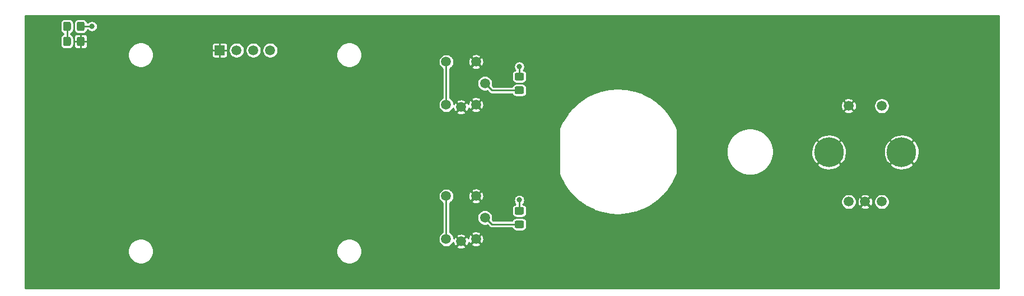
<source format=gbr>
%TF.GenerationSoftware,KiCad,Pcbnew,(5.1.6)-1*%
%TF.CreationDate,2025-04-19T10:28:59-04:00*%
%TF.ProjectId,mt32-pi-bay,6d743332-2d70-4692-9d62-61792e6b6963,rev?*%
%TF.SameCoordinates,Original*%
%TF.FileFunction,Copper,L1,Top*%
%TF.FilePolarity,Positive*%
%FSLAX46Y46*%
G04 Gerber Fmt 4.6, Leading zero omitted, Abs format (unit mm)*
G04 Created by KiCad (PCBNEW (5.1.6)-1) date 2025-04-19 10:28:59*
%MOMM*%
%LPD*%
G01*
G04 APERTURE LIST*
%TA.AperFunction,ComponentPad*%
%ADD10C,1.508000*%
%TD*%
%TA.AperFunction,ComponentPad*%
%ADD11R,1.508000X1.508000*%
%TD*%
%TA.AperFunction,ComponentPad*%
%ADD12C,1.500000*%
%TD*%
%TA.AperFunction,ComponentPad*%
%ADD13C,4.503000*%
%TD*%
%TA.AperFunction,ViaPad*%
%ADD14C,0.800000*%
%TD*%
%TA.AperFunction,Conductor*%
%ADD15C,0.250000*%
%TD*%
%TA.AperFunction,Conductor*%
%ADD16C,0.254000*%
%TD*%
G04 APERTURE END LIST*
%TO.P,D1,1*%
%TO.N,GND*%
%TA.AperFunction,SMDPad,CuDef*%
G36*
G01*
X81918500Y-75686499D02*
X81918500Y-76586501D01*
G75*
G02*
X81668501Y-76836500I-249999J0D01*
G01*
X81018499Y-76836500D01*
G75*
G02*
X80768500Y-76586501I0J249999D01*
G01*
X80768500Y-75686499D01*
G75*
G02*
X81018499Y-75436500I249999J0D01*
G01*
X81668501Y-75436500D01*
G75*
G02*
X81918500Y-75686499I0J-249999D01*
G01*
G37*
%TD.AperFunction*%
%TO.P,D1,2*%
%TO.N,Net-(D1-Pad2)*%
%TA.AperFunction,SMDPad,CuDef*%
G36*
G01*
X79868500Y-75686499D02*
X79868500Y-76586501D01*
G75*
G02*
X79618501Y-76836500I-249999J0D01*
G01*
X78968499Y-76836500D01*
G75*
G02*
X78718500Y-76586501I0J249999D01*
G01*
X78718500Y-75686499D01*
G75*
G02*
X78968499Y-75436500I249999J0D01*
G01*
X79618501Y-75436500D01*
G75*
G02*
X79868500Y-75686499I0J-249999D01*
G01*
G37*
%TD.AperFunction*%
%TD*%
D10*
%TO.P,DS1,4*%
%TO.N,SDA*%
X109982000Y-77477500D03*
%TO.P,DS1,3*%
%TO.N,SCL*%
X107442000Y-77477500D03*
%TO.P,DS1,2*%
%TO.N,+5V*%
X104902000Y-77477500D03*
D11*
%TO.P,DS1,1*%
%TO.N,GND*%
X102362000Y-77477500D03*
%TD*%
D12*
%TO.P,IC1,A1*%
%TO.N,ENC_CLK*%
X197421500Y-100393500D03*
%TO.P,IC1,B1*%
%TO.N,ENC_DAT*%
X202421500Y-100393500D03*
%TO.P,IC1,C1*%
%TO.N,GND*%
X199921500Y-100393500D03*
%TO.P,IC1,D1*%
X197421500Y-85893500D03*
%TO.P,IC1,E1*%
%TO.N,ENC_BTN*%
X202421500Y-85893500D03*
D13*
%TO.P,IC1,MH1*%
%TO.N,GND*%
X194421500Y-92893500D03*
%TO.P,IC1,MH2*%
X205421500Y-92893500D03*
%TD*%
%TO.P,R1,1*%
%TO.N,Net-(D1-Pad2)*%
%TA.AperFunction,SMDPad,CuDef*%
G36*
G01*
X78718500Y-74300501D02*
X78718500Y-73400499D01*
G75*
G02*
X78968499Y-73150500I249999J0D01*
G01*
X79618501Y-73150500D01*
G75*
G02*
X79868500Y-73400499I0J-249999D01*
G01*
X79868500Y-74300501D01*
G75*
G02*
X79618501Y-74550500I-249999J0D01*
G01*
X78968499Y-74550500D01*
G75*
G02*
X78718500Y-74300501I0J249999D01*
G01*
G37*
%TD.AperFunction*%
%TO.P,R1,2*%
%TO.N,+5V*%
%TA.AperFunction,SMDPad,CuDef*%
G36*
G01*
X80768500Y-74300501D02*
X80768500Y-73400499D01*
G75*
G02*
X81018499Y-73150500I249999J0D01*
G01*
X81668501Y-73150500D01*
G75*
G02*
X81918500Y-73400499I0J-249999D01*
G01*
X81918500Y-74300501D01*
G75*
G02*
X81668501Y-74550500I-249999J0D01*
G01*
X81018499Y-74550500D01*
G75*
G02*
X80768500Y-74300501I0J249999D01*
G01*
G37*
%TD.AperFunction*%
%TD*%
%TO.P,R2,1*%
%TO.N,+5V*%
%TA.AperFunction,SMDPad,CuDef*%
G36*
G01*
X147187499Y-80895500D02*
X148087501Y-80895500D01*
G75*
G02*
X148337500Y-81145499I0J-249999D01*
G01*
X148337500Y-81795501D01*
G75*
G02*
X148087501Y-82045500I-249999J0D01*
G01*
X147187499Y-82045500D01*
G75*
G02*
X146937500Y-81795501I0J249999D01*
G01*
X146937500Y-81145499D01*
G75*
G02*
X147187499Y-80895500I249999J0D01*
G01*
G37*
%TD.AperFunction*%
%TO.P,R2,2*%
%TO.N,Net-(R2-Pad2)*%
%TA.AperFunction,SMDPad,CuDef*%
G36*
G01*
X147187499Y-82945500D02*
X148087501Y-82945500D01*
G75*
G02*
X148337500Y-83195499I0J-249999D01*
G01*
X148337500Y-83845501D01*
G75*
G02*
X148087501Y-84095500I-249999J0D01*
G01*
X147187499Y-84095500D01*
G75*
G02*
X146937500Y-83845501I0J249999D01*
G01*
X146937500Y-83195499D01*
G75*
G02*
X147187499Y-82945500I249999J0D01*
G01*
G37*
%TD.AperFunction*%
%TD*%
%TO.P,R3,2*%
%TO.N,Net-(R3-Pad2)*%
%TA.AperFunction,SMDPad,CuDef*%
G36*
G01*
X147187499Y-103247500D02*
X148087501Y-103247500D01*
G75*
G02*
X148337500Y-103497499I0J-249999D01*
G01*
X148337500Y-104147501D01*
G75*
G02*
X148087501Y-104397500I-249999J0D01*
G01*
X147187499Y-104397500D01*
G75*
G02*
X146937500Y-104147501I0J249999D01*
G01*
X146937500Y-103497499D01*
G75*
G02*
X147187499Y-103247500I249999J0D01*
G01*
G37*
%TD.AperFunction*%
%TO.P,R3,1*%
%TO.N,+5V*%
%TA.AperFunction,SMDPad,CuDef*%
G36*
G01*
X147187499Y-101197500D02*
X148087501Y-101197500D01*
G75*
G02*
X148337500Y-101447499I0J-249999D01*
G01*
X148337500Y-102097501D01*
G75*
G02*
X148087501Y-102347500I-249999J0D01*
G01*
X147187499Y-102347500D01*
G75*
G02*
X146937500Y-102097501I0J249999D01*
G01*
X146937500Y-101447499D01*
G75*
G02*
X147187499Y-101197500I249999J0D01*
G01*
G37*
%TD.AperFunction*%
%TD*%
D12*
%TO.P,S1,1*%
%TO.N,BTN1*%
X136588500Y-85725000D03*
%TO.P,S1,2*%
X136588500Y-79225000D03*
%TO.P,S1,3*%
%TO.N,GND*%
X141088500Y-85725000D03*
%TO.P,S1,4*%
X141088500Y-79225000D03*
%TO.P,S1,5*%
%TO.N,Net-(R2-Pad2)*%
X142438500Y-82475000D03*
%TO.P,S1,6*%
%TO.N,GND*%
X138838500Y-86075000D03*
%TD*%
%TO.P,S2,6*%
%TO.N,GND*%
X138838500Y-106395000D03*
%TO.P,S2,5*%
%TO.N,Net-(R3-Pad2)*%
X142438500Y-102795000D03*
%TO.P,S2,4*%
%TO.N,GND*%
X141088500Y-99545000D03*
%TO.P,S2,3*%
X141088500Y-106045000D03*
%TO.P,S2,2*%
%TO.N,BTN2*%
X136588500Y-99545000D03*
%TO.P,S2,1*%
X136588500Y-106045000D03*
%TD*%
D14*
%TO.N,+5V*%
X83058000Y-73850500D03*
X147637500Y-79946500D03*
X147637500Y-100139500D03*
%TD*%
D15*
%TO.N,Net-(D1-Pad2)*%
X79293500Y-73850500D02*
X79293500Y-76136500D01*
%TO.N,+5V*%
X81343500Y-73850500D02*
X83058000Y-73850500D01*
X147637500Y-79946500D02*
X147637500Y-81470500D01*
X147637500Y-100139500D02*
X147637500Y-101772500D01*
%TO.N,BTN1*%
X136588500Y-79225000D02*
X136588500Y-85725000D01*
%TO.N,BTN2*%
X136588500Y-99545000D02*
X136588500Y-106045000D01*
%TO.N,Net-(R2-Pad2)*%
X143484000Y-83520500D02*
X142438500Y-82475000D01*
X147637500Y-83520500D02*
X143484000Y-83520500D01*
%TO.N,Net-(R3-Pad2)*%
X143466000Y-103822500D02*
X142438500Y-102795000D01*
X147637500Y-103822500D02*
X143466000Y-103822500D01*
%TD*%
D16*
%TO.N,GND*%
G36*
X220147000Y-113467000D02*
G01*
X72969000Y-113467000D01*
X72969000Y-107687707D01*
X88495000Y-107687707D01*
X88495000Y-108067293D01*
X88569053Y-108439585D01*
X88714315Y-108790277D01*
X88925201Y-109105891D01*
X89193609Y-109374299D01*
X89509223Y-109585185D01*
X89859915Y-109730447D01*
X90232207Y-109804500D01*
X90611793Y-109804500D01*
X90984085Y-109730447D01*
X91334777Y-109585185D01*
X91650391Y-109374299D01*
X91918799Y-109105891D01*
X92129685Y-108790277D01*
X92274947Y-108439585D01*
X92349000Y-108067293D01*
X92349000Y-107687707D01*
X119995000Y-107687707D01*
X119995000Y-108067293D01*
X120069053Y-108439585D01*
X120214315Y-108790277D01*
X120425201Y-109105891D01*
X120693609Y-109374299D01*
X121009223Y-109585185D01*
X121359915Y-109730447D01*
X121732207Y-109804500D01*
X122111793Y-109804500D01*
X122484085Y-109730447D01*
X122834777Y-109585185D01*
X123150391Y-109374299D01*
X123418799Y-109105891D01*
X123629685Y-108790277D01*
X123774947Y-108439585D01*
X123849000Y-108067293D01*
X123849000Y-107687707D01*
X123774947Y-107315415D01*
X123629685Y-106964723D01*
X123418799Y-106649109D01*
X123150391Y-106380701D01*
X122834777Y-106169815D01*
X122484085Y-106024553D01*
X122111793Y-105950500D01*
X121732207Y-105950500D01*
X121359915Y-106024553D01*
X121009223Y-106169815D01*
X120693609Y-106380701D01*
X120425201Y-106649109D01*
X120214315Y-106964723D01*
X120069053Y-107315415D01*
X119995000Y-107687707D01*
X92349000Y-107687707D01*
X92274947Y-107315415D01*
X92129685Y-106964723D01*
X91918799Y-106649109D01*
X91650391Y-106380701D01*
X91334777Y-106169815D01*
X90984085Y-106024553D01*
X90611793Y-105950500D01*
X90232207Y-105950500D01*
X89859915Y-106024553D01*
X89509223Y-106169815D01*
X89193609Y-106380701D01*
X88925201Y-106649109D01*
X88714315Y-106964723D01*
X88569053Y-107315415D01*
X88495000Y-107687707D01*
X72969000Y-107687707D01*
X72969000Y-99429076D01*
X135411500Y-99429076D01*
X135411500Y-99660924D01*
X135456731Y-99888318D01*
X135545456Y-100102519D01*
X135674264Y-100295294D01*
X135838206Y-100459236D01*
X136030981Y-100588044D01*
X136036500Y-100590330D01*
X136036501Y-104999670D01*
X136030981Y-105001956D01*
X135838206Y-105130764D01*
X135674264Y-105294706D01*
X135545456Y-105487481D01*
X135456731Y-105701682D01*
X135411500Y-105929076D01*
X135411500Y-106160924D01*
X135456731Y-106388318D01*
X135545456Y-106602519D01*
X135674264Y-106795294D01*
X135838206Y-106959236D01*
X136030981Y-107088044D01*
X136245182Y-107176769D01*
X136472576Y-107222000D01*
X136704424Y-107222000D01*
X136931818Y-107176769D01*
X136943577Y-107171898D01*
X138094129Y-107171898D01*
X138162068Y-107365158D01*
X138364334Y-107478483D01*
X138584822Y-107550169D01*
X138815059Y-107577463D01*
X139046196Y-107559316D01*
X139269352Y-107496424D01*
X139475950Y-107391205D01*
X139514932Y-107365158D01*
X139582871Y-107171898D01*
X138838500Y-106427527D01*
X138094129Y-107171898D01*
X136943577Y-107171898D01*
X137146019Y-107088044D01*
X137338794Y-106959236D01*
X137502736Y-106795294D01*
X137631544Y-106602519D01*
X137667378Y-106516008D01*
X137674184Y-106602696D01*
X137737076Y-106825852D01*
X137842295Y-107032450D01*
X137868342Y-107071432D01*
X138061602Y-107139371D01*
X138805973Y-106395000D01*
X138871027Y-106395000D01*
X139615398Y-107139371D01*
X139808658Y-107071432D01*
X139921983Y-106869166D01*
X139937350Y-106821898D01*
X140344129Y-106821898D01*
X140412068Y-107015158D01*
X140614334Y-107128483D01*
X140834822Y-107200169D01*
X141065059Y-107227463D01*
X141296196Y-107209316D01*
X141519352Y-107146424D01*
X141725950Y-107041205D01*
X141764932Y-107015158D01*
X141832871Y-106821898D01*
X141088500Y-106077527D01*
X140344129Y-106821898D01*
X139937350Y-106821898D01*
X139993669Y-106648678D01*
X140009044Y-106518986D01*
X140092295Y-106682450D01*
X140118342Y-106721432D01*
X140311602Y-106789371D01*
X141055973Y-106045000D01*
X141121027Y-106045000D01*
X141865398Y-106789371D01*
X142058658Y-106721432D01*
X142171983Y-106519166D01*
X142243669Y-106298678D01*
X142270963Y-106068441D01*
X142252816Y-105837304D01*
X142189924Y-105614148D01*
X142084705Y-105407550D01*
X142058658Y-105368568D01*
X141865398Y-105300629D01*
X141121027Y-106045000D01*
X141055973Y-106045000D01*
X140311602Y-105300629D01*
X140118342Y-105368568D01*
X140005017Y-105570834D01*
X139933331Y-105791322D01*
X139917956Y-105921014D01*
X139834705Y-105757550D01*
X139808658Y-105718568D01*
X139615398Y-105650629D01*
X138871027Y-106395000D01*
X138805973Y-106395000D01*
X138061602Y-105650629D01*
X137868342Y-105718568D01*
X137761544Y-105909185D01*
X137720269Y-105701682D01*
X137685650Y-105618102D01*
X138094129Y-105618102D01*
X138838500Y-106362473D01*
X139582871Y-105618102D01*
X139514932Y-105424842D01*
X139312666Y-105311517D01*
X139179133Y-105268102D01*
X140344129Y-105268102D01*
X141088500Y-106012473D01*
X141832871Y-105268102D01*
X141764932Y-105074842D01*
X141562666Y-104961517D01*
X141342178Y-104889831D01*
X141111941Y-104862537D01*
X140880804Y-104880684D01*
X140657648Y-104943576D01*
X140451050Y-105048795D01*
X140412068Y-105074842D01*
X140344129Y-105268102D01*
X139179133Y-105268102D01*
X139092178Y-105239831D01*
X138861941Y-105212537D01*
X138630804Y-105230684D01*
X138407648Y-105293576D01*
X138201050Y-105398795D01*
X138162068Y-105424842D01*
X138094129Y-105618102D01*
X137685650Y-105618102D01*
X137631544Y-105487481D01*
X137502736Y-105294706D01*
X137338794Y-105130764D01*
X137146019Y-105001956D01*
X137140500Y-104999670D01*
X137140500Y-102679076D01*
X141261500Y-102679076D01*
X141261500Y-102910924D01*
X141306731Y-103138318D01*
X141395456Y-103352519D01*
X141524264Y-103545294D01*
X141688206Y-103709236D01*
X141880981Y-103838044D01*
X142095182Y-103926769D01*
X142322576Y-103972000D01*
X142554424Y-103972000D01*
X142781818Y-103926769D01*
X142787337Y-103924483D01*
X143056508Y-104193654D01*
X143073789Y-104214711D01*
X143157842Y-104283691D01*
X143253737Y-104334948D01*
X143357789Y-104366512D01*
X143438891Y-104374500D01*
X143438901Y-104374500D01*
X143465999Y-104377169D01*
X143493097Y-104374500D01*
X146550155Y-104374500D01*
X146560125Y-104407368D01*
X146622877Y-104524769D01*
X146707328Y-104627672D01*
X146810231Y-104712123D01*
X146927632Y-104774875D01*
X147055020Y-104813518D01*
X147187499Y-104826566D01*
X148087501Y-104826566D01*
X148219980Y-104813518D01*
X148347368Y-104774875D01*
X148464769Y-104712123D01*
X148567672Y-104627672D01*
X148652123Y-104524769D01*
X148714875Y-104407368D01*
X148753518Y-104279980D01*
X148766566Y-104147501D01*
X148766566Y-103497499D01*
X148753518Y-103365020D01*
X148714875Y-103237632D01*
X148652123Y-103120231D01*
X148567672Y-103017328D01*
X148464769Y-102932877D01*
X148347368Y-102870125D01*
X148219980Y-102831482D01*
X148087501Y-102818434D01*
X147187499Y-102818434D01*
X147055020Y-102831482D01*
X146927632Y-102870125D01*
X146810231Y-102932877D01*
X146707328Y-103017328D01*
X146622877Y-103120231D01*
X146560125Y-103237632D01*
X146550155Y-103270500D01*
X143694646Y-103270500D01*
X143567983Y-103143837D01*
X143570269Y-103138318D01*
X143615500Y-102910924D01*
X143615500Y-102679076D01*
X143570269Y-102451682D01*
X143481544Y-102237481D01*
X143352736Y-102044706D01*
X143188794Y-101880764D01*
X142996019Y-101751956D01*
X142781818Y-101663231D01*
X142554424Y-101618000D01*
X142322576Y-101618000D01*
X142095182Y-101663231D01*
X141880981Y-101751956D01*
X141688206Y-101880764D01*
X141524264Y-102044706D01*
X141395456Y-102237481D01*
X141306731Y-102451682D01*
X141261500Y-102679076D01*
X137140500Y-102679076D01*
X137140500Y-101447499D01*
X146508434Y-101447499D01*
X146508434Y-102097501D01*
X146521482Y-102229980D01*
X146560125Y-102357368D01*
X146622877Y-102474769D01*
X146707328Y-102577672D01*
X146810231Y-102662123D01*
X146927632Y-102724875D01*
X147055020Y-102763518D01*
X147187499Y-102776566D01*
X148087501Y-102776566D01*
X148219980Y-102763518D01*
X148347368Y-102724875D01*
X148464769Y-102662123D01*
X148567672Y-102577672D01*
X148652123Y-102474769D01*
X148714875Y-102357368D01*
X148753518Y-102229980D01*
X148766566Y-102097501D01*
X148766566Y-101447499D01*
X148753518Y-101315020D01*
X148714875Y-101187632D01*
X148652123Y-101070231D01*
X148567672Y-100967328D01*
X148464769Y-100882877D01*
X148347368Y-100820125D01*
X148219980Y-100781482D01*
X148189500Y-100778480D01*
X148189500Y-100757053D01*
X148279872Y-100666681D01*
X148370377Y-100531231D01*
X148432718Y-100380727D01*
X148464500Y-100220952D01*
X148464500Y-100058048D01*
X148432718Y-99898273D01*
X148370377Y-99747769D01*
X148279872Y-99612319D01*
X148164681Y-99497128D01*
X148029231Y-99406623D01*
X147878727Y-99344282D01*
X147718952Y-99312500D01*
X147556048Y-99312500D01*
X147396273Y-99344282D01*
X147245769Y-99406623D01*
X147110319Y-99497128D01*
X146995128Y-99612319D01*
X146904623Y-99747769D01*
X146842282Y-99898273D01*
X146810500Y-100058048D01*
X146810500Y-100220952D01*
X146842282Y-100380727D01*
X146904623Y-100531231D01*
X146995128Y-100666681D01*
X147085500Y-100757053D01*
X147085500Y-100778480D01*
X147055020Y-100781482D01*
X146927632Y-100820125D01*
X146810231Y-100882877D01*
X146707328Y-100967328D01*
X146622877Y-101070231D01*
X146560125Y-101187632D01*
X146521482Y-101315020D01*
X146508434Y-101447499D01*
X137140500Y-101447499D01*
X137140500Y-100590330D01*
X137146019Y-100588044D01*
X137338794Y-100459236D01*
X137476132Y-100321898D01*
X140344129Y-100321898D01*
X140412068Y-100515158D01*
X140614334Y-100628483D01*
X140834822Y-100700169D01*
X141065059Y-100727463D01*
X141296196Y-100709316D01*
X141519352Y-100646424D01*
X141725950Y-100541205D01*
X141764932Y-100515158D01*
X141832871Y-100321898D01*
X141088500Y-99577527D01*
X140344129Y-100321898D01*
X137476132Y-100321898D01*
X137502736Y-100295294D01*
X137631544Y-100102519D01*
X137720269Y-99888318D01*
X137765500Y-99660924D01*
X137765500Y-99521559D01*
X139906037Y-99521559D01*
X139924184Y-99752696D01*
X139987076Y-99975852D01*
X140092295Y-100182450D01*
X140118342Y-100221432D01*
X140311602Y-100289371D01*
X141055973Y-99545000D01*
X141121027Y-99545000D01*
X141865398Y-100289371D01*
X142058658Y-100221432D01*
X142171983Y-100019166D01*
X142243669Y-99798678D01*
X142270963Y-99568441D01*
X142252816Y-99337304D01*
X142189924Y-99114148D01*
X142084705Y-98907550D01*
X142058658Y-98868568D01*
X141865398Y-98800629D01*
X141121027Y-99545000D01*
X141055973Y-99545000D01*
X140311602Y-98800629D01*
X140118342Y-98868568D01*
X140005017Y-99070834D01*
X139933331Y-99291322D01*
X139906037Y-99521559D01*
X137765500Y-99521559D01*
X137765500Y-99429076D01*
X137720269Y-99201682D01*
X137631544Y-98987481D01*
X137502736Y-98794706D01*
X137476132Y-98768102D01*
X140344129Y-98768102D01*
X141088500Y-99512473D01*
X141832871Y-98768102D01*
X141764932Y-98574842D01*
X141562666Y-98461517D01*
X141342178Y-98389831D01*
X141111941Y-98362537D01*
X140880804Y-98380684D01*
X140657648Y-98443576D01*
X140451050Y-98548795D01*
X140412068Y-98574842D01*
X140344129Y-98768102D01*
X137476132Y-98768102D01*
X137338794Y-98630764D01*
X137146019Y-98501956D01*
X136931818Y-98413231D01*
X136704424Y-98368000D01*
X136472576Y-98368000D01*
X136245182Y-98413231D01*
X136030981Y-98501956D01*
X135838206Y-98630764D01*
X135674264Y-98794706D01*
X135545456Y-98987481D01*
X135456731Y-99201682D01*
X135411500Y-99429076D01*
X72969000Y-99429076D01*
X72969000Y-89444080D01*
X153646314Y-89444080D01*
X153662556Y-96162298D01*
X153669256Y-96228684D01*
X153695308Y-96313824D01*
X153704455Y-96330838D01*
X153757344Y-96462521D01*
X153760452Y-96468983D01*
X153771253Y-96493693D01*
X154302114Y-97572059D01*
X154306852Y-97580262D01*
X154310829Y-97588865D01*
X154332079Y-97623938D01*
X155000896Y-98622622D01*
X155006672Y-98630120D01*
X155011757Y-98638129D01*
X155037459Y-98670083D01*
X155832484Y-99571538D01*
X155839204Y-99578209D01*
X155845301Y-99585472D01*
X155875003Y-99613746D01*
X156782268Y-100402137D01*
X156789814Y-100407863D01*
X156796815Y-100414253D01*
X156829996Y-100438351D01*
X157833560Y-101099823D01*
X157841803Y-101104504D01*
X157849582Y-101109908D01*
X157885658Y-101129406D01*
X158967890Y-101652340D01*
X158976674Y-101655887D01*
X158985105Y-101660218D01*
X159023443Y-101674774D01*
X160165330Y-102049981D01*
X160174498Y-102052333D01*
X160183436Y-102055514D01*
X160223362Y-102064871D01*
X161404842Y-102285761D01*
X161414244Y-102286880D01*
X161423519Y-102288850D01*
X161464332Y-102292844D01*
X162664647Y-102355536D01*
X162674123Y-102355402D01*
X162683570Y-102356127D01*
X162724553Y-102354689D01*
X163922616Y-102258081D01*
X163931992Y-102256695D01*
X163941451Y-102256164D01*
X163981876Y-102249319D01*
X163981884Y-102249318D01*
X163981887Y-102249317D01*
X165156643Y-101995107D01*
X165165741Y-101992496D01*
X165175059Y-101990717D01*
X165214231Y-101978583D01*
X166345052Y-101571235D01*
X166353733Y-101567441D01*
X166362726Y-101564447D01*
X166399949Y-101547239D01*
X167466961Y-100993911D01*
X167475060Y-100989004D01*
X167483581Y-100984846D01*
X167518201Y-100962867D01*
X168496527Y-100277576D01*
X196244500Y-100277576D01*
X196244500Y-100509424D01*
X196289731Y-100736818D01*
X196378456Y-100951019D01*
X196507264Y-101143794D01*
X196671206Y-101307736D01*
X196863981Y-101436544D01*
X197078182Y-101525269D01*
X197305576Y-101570500D01*
X197537424Y-101570500D01*
X197764818Y-101525269D01*
X197979019Y-101436544D01*
X198171794Y-101307736D01*
X198309132Y-101170398D01*
X199177129Y-101170398D01*
X199245068Y-101363658D01*
X199447334Y-101476983D01*
X199667822Y-101548669D01*
X199898059Y-101575963D01*
X200129196Y-101557816D01*
X200352352Y-101494924D01*
X200558950Y-101389705D01*
X200597932Y-101363658D01*
X200665871Y-101170398D01*
X199921500Y-100426027D01*
X199177129Y-101170398D01*
X198309132Y-101170398D01*
X198335736Y-101143794D01*
X198464544Y-100951019D01*
X198553269Y-100736818D01*
X198598500Y-100509424D01*
X198598500Y-100370059D01*
X198739037Y-100370059D01*
X198757184Y-100601196D01*
X198820076Y-100824352D01*
X198925295Y-101030950D01*
X198951342Y-101069932D01*
X199144602Y-101137871D01*
X199888973Y-100393500D01*
X199954027Y-100393500D01*
X200698398Y-101137871D01*
X200891658Y-101069932D01*
X201004983Y-100867666D01*
X201076669Y-100647178D01*
X201103963Y-100416941D01*
X201093022Y-100277576D01*
X201244500Y-100277576D01*
X201244500Y-100509424D01*
X201289731Y-100736818D01*
X201378456Y-100951019D01*
X201507264Y-101143794D01*
X201671206Y-101307736D01*
X201863981Y-101436544D01*
X202078182Y-101525269D01*
X202305576Y-101570500D01*
X202537424Y-101570500D01*
X202764818Y-101525269D01*
X202979019Y-101436544D01*
X203171794Y-101307736D01*
X203335736Y-101143794D01*
X203464544Y-100951019D01*
X203553269Y-100736818D01*
X203598500Y-100509424D01*
X203598500Y-100277576D01*
X203553269Y-100050182D01*
X203464544Y-99835981D01*
X203335736Y-99643206D01*
X203171794Y-99479264D01*
X202979019Y-99350456D01*
X202764818Y-99261731D01*
X202537424Y-99216500D01*
X202305576Y-99216500D01*
X202078182Y-99261731D01*
X201863981Y-99350456D01*
X201671206Y-99479264D01*
X201507264Y-99643206D01*
X201378456Y-99835981D01*
X201289731Y-100050182D01*
X201244500Y-100277576D01*
X201093022Y-100277576D01*
X201085816Y-100185804D01*
X201022924Y-99962648D01*
X200917705Y-99756050D01*
X200891658Y-99717068D01*
X200698398Y-99649129D01*
X199954027Y-100393500D01*
X199888973Y-100393500D01*
X199144602Y-99649129D01*
X198951342Y-99717068D01*
X198838017Y-99919334D01*
X198766331Y-100139822D01*
X198739037Y-100370059D01*
X198598500Y-100370059D01*
X198598500Y-100277576D01*
X198553269Y-100050182D01*
X198464544Y-99835981D01*
X198335736Y-99643206D01*
X198309132Y-99616602D01*
X199177129Y-99616602D01*
X199921500Y-100360973D01*
X200665871Y-99616602D01*
X200597932Y-99423342D01*
X200395666Y-99310017D01*
X200175178Y-99238331D01*
X199944941Y-99211037D01*
X199713804Y-99229184D01*
X199490648Y-99292076D01*
X199284050Y-99397295D01*
X199245068Y-99423342D01*
X199177129Y-99616602D01*
X198309132Y-99616602D01*
X198171794Y-99479264D01*
X197979019Y-99350456D01*
X197764818Y-99261731D01*
X197537424Y-99216500D01*
X197305576Y-99216500D01*
X197078182Y-99261731D01*
X196863981Y-99350456D01*
X196671206Y-99479264D01*
X196507264Y-99643206D01*
X196378456Y-99835981D01*
X196289731Y-100050182D01*
X196244500Y-100277576D01*
X168496527Y-100277576D01*
X168502659Y-100273281D01*
X168510039Y-100267345D01*
X168517935Y-100262097D01*
X168549344Y-100235731D01*
X169433952Y-99422002D01*
X169440478Y-99415146D01*
X169447614Y-99408897D01*
X169475261Y-99378609D01*
X170244477Y-98455033D01*
X170250043Y-98447369D01*
X170256286Y-98440235D01*
X170279683Y-98406557D01*
X170919993Y-97389360D01*
X170924496Y-97381029D01*
X170929741Y-97373131D01*
X170948479Y-97336654D01*
X171442324Y-96257496D01*
X171456293Y-96231699D01*
X171482600Y-96146637D01*
X171489499Y-96080271D01*
X171508934Y-92486883D01*
X178955700Y-92486883D01*
X178955700Y-93187117D01*
X179092309Y-93873897D01*
X179360277Y-94520829D01*
X179749307Y-95103053D01*
X180244447Y-95598193D01*
X180826671Y-95987223D01*
X181473603Y-96255191D01*
X182160383Y-96391800D01*
X182860617Y-96391800D01*
X183547397Y-96255191D01*
X184194329Y-95987223D01*
X184776553Y-95598193D01*
X185271693Y-95103053D01*
X185516043Y-94737357D01*
X192610170Y-94737357D01*
X192858165Y-95084377D01*
X193315622Y-95347272D01*
X193815579Y-95515869D01*
X194338820Y-95583690D01*
X194865239Y-95548129D01*
X195374605Y-95410551D01*
X195847343Y-95176245D01*
X195984835Y-95084377D01*
X196232830Y-94737357D01*
X203610170Y-94737357D01*
X203858165Y-95084377D01*
X204315622Y-95347272D01*
X204815579Y-95515869D01*
X205338820Y-95583690D01*
X205865239Y-95548129D01*
X206374605Y-95410551D01*
X206847343Y-95176245D01*
X206984835Y-95084377D01*
X207232830Y-94737357D01*
X205421500Y-92926027D01*
X203610170Y-94737357D01*
X196232830Y-94737357D01*
X194421500Y-92926027D01*
X192610170Y-94737357D01*
X185516043Y-94737357D01*
X185660723Y-94520829D01*
X185928691Y-93873897D01*
X186065300Y-93187117D01*
X186065300Y-92810820D01*
X191731310Y-92810820D01*
X191766871Y-93337239D01*
X191904449Y-93846605D01*
X192138755Y-94319343D01*
X192230623Y-94456835D01*
X192577643Y-94704830D01*
X194388973Y-92893500D01*
X194454027Y-92893500D01*
X196265357Y-94704830D01*
X196612377Y-94456835D01*
X196875272Y-93999378D01*
X197043869Y-93499421D01*
X197111690Y-92976180D01*
X197100520Y-92810820D01*
X202731310Y-92810820D01*
X202766871Y-93337239D01*
X202904449Y-93846605D01*
X203138755Y-94319343D01*
X203230623Y-94456835D01*
X203577643Y-94704830D01*
X205388973Y-92893500D01*
X205454027Y-92893500D01*
X207265357Y-94704830D01*
X207612377Y-94456835D01*
X207875272Y-93999378D01*
X208043869Y-93499421D01*
X208111690Y-92976180D01*
X208076129Y-92449761D01*
X207938551Y-91940395D01*
X207704245Y-91467657D01*
X207612377Y-91330165D01*
X207265357Y-91082170D01*
X205454027Y-92893500D01*
X205388973Y-92893500D01*
X203577643Y-91082170D01*
X203230623Y-91330165D01*
X202967728Y-91787622D01*
X202799131Y-92287579D01*
X202731310Y-92810820D01*
X197100520Y-92810820D01*
X197076129Y-92449761D01*
X196938551Y-91940395D01*
X196704245Y-91467657D01*
X196612377Y-91330165D01*
X196265357Y-91082170D01*
X194454027Y-92893500D01*
X194388973Y-92893500D01*
X192577643Y-91082170D01*
X192230623Y-91330165D01*
X191967728Y-91787622D01*
X191799131Y-92287579D01*
X191731310Y-92810820D01*
X186065300Y-92810820D01*
X186065300Y-92486883D01*
X185928691Y-91800103D01*
X185660723Y-91153171D01*
X185591548Y-91049643D01*
X192610170Y-91049643D01*
X194421500Y-92860973D01*
X196232830Y-91049643D01*
X203610170Y-91049643D01*
X205421500Y-92860973D01*
X207232830Y-91049643D01*
X206984835Y-90702623D01*
X206527378Y-90439728D01*
X206027421Y-90271131D01*
X205504180Y-90203310D01*
X204977761Y-90238871D01*
X204468395Y-90376449D01*
X203995657Y-90610755D01*
X203858165Y-90702623D01*
X203610170Y-91049643D01*
X196232830Y-91049643D01*
X195984835Y-90702623D01*
X195527378Y-90439728D01*
X195027421Y-90271131D01*
X194504180Y-90203310D01*
X193977761Y-90238871D01*
X193468395Y-90376449D01*
X192995657Y-90610755D01*
X192858165Y-90702623D01*
X192610170Y-91049643D01*
X185591548Y-91049643D01*
X185271693Y-90570947D01*
X184776553Y-90075807D01*
X184194329Y-89686777D01*
X183547397Y-89418809D01*
X182860617Y-89282200D01*
X182160383Y-89282200D01*
X181473603Y-89418809D01*
X180826671Y-89686777D01*
X180244447Y-90075807D01*
X179749307Y-90570947D01*
X179360277Y-91153171D01*
X179092309Y-91800103D01*
X178955700Y-92486883D01*
X171508934Y-92486883D01*
X171524664Y-89578741D01*
X171518483Y-89512305D01*
X171493098Y-89426963D01*
X171484611Y-89410876D01*
X171414510Y-89229679D01*
X171411752Y-89223752D01*
X171400431Y-89197139D01*
X170879229Y-88111524D01*
X170874575Y-88103279D01*
X170870680Y-88094632D01*
X170849776Y-88059352D01*
X170189572Y-87052205D01*
X170183867Y-87044647D01*
X170178864Y-87036592D01*
X170153478Y-87004386D01*
X169864723Y-86670398D01*
X196677129Y-86670398D01*
X196745068Y-86863658D01*
X196947334Y-86976983D01*
X197167822Y-87048669D01*
X197398059Y-87075963D01*
X197629196Y-87057816D01*
X197852352Y-86994924D01*
X198058950Y-86889705D01*
X198097932Y-86863658D01*
X198165871Y-86670398D01*
X197421500Y-85926027D01*
X196677129Y-86670398D01*
X169864723Y-86670398D01*
X169365872Y-86093404D01*
X169359214Y-86086664D01*
X169353193Y-86079345D01*
X169323771Y-86050779D01*
X169119895Y-85870059D01*
X196239037Y-85870059D01*
X196257184Y-86101196D01*
X196320076Y-86324352D01*
X196425295Y-86530950D01*
X196451342Y-86569932D01*
X196644602Y-86637871D01*
X197388973Y-85893500D01*
X197454027Y-85893500D01*
X198198398Y-86637871D01*
X198391658Y-86569932D01*
X198504983Y-86367666D01*
X198576669Y-86147178D01*
X198603963Y-85916941D01*
X198593022Y-85777576D01*
X201244500Y-85777576D01*
X201244500Y-86009424D01*
X201289731Y-86236818D01*
X201378456Y-86451019D01*
X201507264Y-86643794D01*
X201671206Y-86807736D01*
X201863981Y-86936544D01*
X202078182Y-87025269D01*
X202305576Y-87070500D01*
X202537424Y-87070500D01*
X202764818Y-87025269D01*
X202979019Y-86936544D01*
X203171794Y-86807736D01*
X203335736Y-86643794D01*
X203464544Y-86451019D01*
X203553269Y-86236818D01*
X203598500Y-86009424D01*
X203598500Y-85777576D01*
X203553269Y-85550182D01*
X203464544Y-85335981D01*
X203335736Y-85143206D01*
X203171794Y-84979264D01*
X202979019Y-84850456D01*
X202764818Y-84761731D01*
X202537424Y-84716500D01*
X202305576Y-84716500D01*
X202078182Y-84761731D01*
X201863981Y-84850456D01*
X201671206Y-84979264D01*
X201507264Y-85143206D01*
X201378456Y-85335981D01*
X201289731Y-85550182D01*
X201244500Y-85777576D01*
X198593022Y-85777576D01*
X198585816Y-85685804D01*
X198522924Y-85462648D01*
X198417705Y-85256050D01*
X198391658Y-85217068D01*
X198198398Y-85149129D01*
X197454027Y-85893500D01*
X197388973Y-85893500D01*
X196644602Y-85149129D01*
X196451342Y-85217068D01*
X196338017Y-85419334D01*
X196266331Y-85639822D01*
X196239037Y-85870059D01*
X169119895Y-85870059D01*
X168422601Y-85251965D01*
X168415112Y-85246166D01*
X168408175Y-85239707D01*
X168375233Y-85215283D01*
X168228681Y-85116602D01*
X196677129Y-85116602D01*
X197421500Y-85860973D01*
X198165871Y-85116602D01*
X198097932Y-84923342D01*
X197895666Y-84810017D01*
X197675178Y-84738331D01*
X197444941Y-84711037D01*
X197213804Y-84729184D01*
X196990648Y-84792076D01*
X196784050Y-84897295D01*
X196745068Y-84923342D01*
X196677129Y-85116602D01*
X168228681Y-85116602D01*
X167376331Y-84542671D01*
X167368139Y-84537912D01*
X167360409Y-84532428D01*
X167324527Y-84512576D01*
X166245443Y-83977984D01*
X166236689Y-83974349D01*
X166228306Y-83969937D01*
X166190113Y-83955005D01*
X165049804Y-83567825D01*
X165040659Y-83565382D01*
X165031754Y-83562114D01*
X164991922Y-83552365D01*
X163810424Y-83319399D01*
X163801025Y-83318186D01*
X163791778Y-83316127D01*
X163751006Y-83311731D01*
X162549074Y-83237071D01*
X162539604Y-83237112D01*
X162530158Y-83236293D01*
X162489163Y-83237328D01*
X161287916Y-83322289D01*
X161278530Y-83323583D01*
X161269064Y-83324020D01*
X161228565Y-83330467D01*
X160049108Y-83573555D01*
X160039985Y-83576076D01*
X160030650Y-83577763D01*
X159991360Y-83589510D01*
X158854414Y-83986452D01*
X158845700Y-83990159D01*
X158836674Y-83993065D01*
X158799283Y-84009906D01*
X157724821Y-84553730D01*
X157716674Y-84558557D01*
X157708112Y-84562631D01*
X157673277Y-84584268D01*
X156680179Y-85265419D01*
X156672740Y-85271283D01*
X156664794Y-85276452D01*
X156633127Y-85302506D01*
X155738838Y-86109017D01*
X155732240Y-86115813D01*
X155725047Y-86121988D01*
X155697104Y-86152002D01*
X154917338Y-87069703D01*
X154911699Y-87077309D01*
X154905383Y-87084384D01*
X154881655Y-87117830D01*
X154230111Y-88130600D01*
X154225526Y-88138888D01*
X154220204Y-88146732D01*
X154201107Y-88183022D01*
X153693971Y-89262971D01*
X153678334Y-89292397D01*
X153652694Y-89377663D01*
X153646314Y-89444080D01*
X72969000Y-89444080D01*
X72969000Y-77987707D01*
X88495000Y-77987707D01*
X88495000Y-78367293D01*
X88569053Y-78739585D01*
X88714315Y-79090277D01*
X88925201Y-79405891D01*
X89193609Y-79674299D01*
X89509223Y-79885185D01*
X89859915Y-80030447D01*
X90232207Y-80104500D01*
X90611793Y-80104500D01*
X90984085Y-80030447D01*
X91334777Y-79885185D01*
X91650391Y-79674299D01*
X91918799Y-79405891D01*
X92129685Y-79090277D01*
X92274947Y-78739585D01*
X92349000Y-78367293D01*
X92349000Y-78231500D01*
X101178934Y-78231500D01*
X101187178Y-78315207D01*
X101211595Y-78395696D01*
X101251245Y-78469876D01*
X101304605Y-78534895D01*
X101369624Y-78588255D01*
X101443804Y-78627905D01*
X101524293Y-78652322D01*
X101608000Y-78660566D01*
X102232250Y-78658500D01*
X102339000Y-78551750D01*
X102339000Y-77500500D01*
X102385000Y-77500500D01*
X102385000Y-78551750D01*
X102491750Y-78658500D01*
X103116000Y-78660566D01*
X103199707Y-78652322D01*
X103280196Y-78627905D01*
X103354376Y-78588255D01*
X103419395Y-78534895D01*
X103472755Y-78469876D01*
X103512405Y-78395696D01*
X103536822Y-78315207D01*
X103545066Y-78231500D01*
X103543000Y-77607250D01*
X103436250Y-77500500D01*
X102385000Y-77500500D01*
X102339000Y-77500500D01*
X101287750Y-77500500D01*
X101181000Y-77607250D01*
X101178934Y-78231500D01*
X92349000Y-78231500D01*
X92349000Y-77987707D01*
X92274947Y-77615415D01*
X92129685Y-77264723D01*
X91918799Y-76949109D01*
X91693190Y-76723500D01*
X101178934Y-76723500D01*
X101181000Y-77347750D01*
X101287750Y-77454500D01*
X102339000Y-77454500D01*
X102339000Y-76403250D01*
X102385000Y-76403250D01*
X102385000Y-77454500D01*
X103436250Y-77454500D01*
X103529568Y-77361182D01*
X103721000Y-77361182D01*
X103721000Y-77593818D01*
X103766386Y-77821985D01*
X103855412Y-78036913D01*
X103984658Y-78230343D01*
X104149157Y-78394842D01*
X104342587Y-78524088D01*
X104557515Y-78613114D01*
X104785682Y-78658500D01*
X105018318Y-78658500D01*
X105246485Y-78613114D01*
X105461413Y-78524088D01*
X105654843Y-78394842D01*
X105819342Y-78230343D01*
X105948588Y-78036913D01*
X106037614Y-77821985D01*
X106083000Y-77593818D01*
X106083000Y-77361182D01*
X106261000Y-77361182D01*
X106261000Y-77593818D01*
X106306386Y-77821985D01*
X106395412Y-78036913D01*
X106524658Y-78230343D01*
X106689157Y-78394842D01*
X106882587Y-78524088D01*
X107097515Y-78613114D01*
X107325682Y-78658500D01*
X107558318Y-78658500D01*
X107786485Y-78613114D01*
X108001413Y-78524088D01*
X108194843Y-78394842D01*
X108359342Y-78230343D01*
X108488588Y-78036913D01*
X108577614Y-77821985D01*
X108623000Y-77593818D01*
X108623000Y-77361182D01*
X108801000Y-77361182D01*
X108801000Y-77593818D01*
X108846386Y-77821985D01*
X108935412Y-78036913D01*
X109064658Y-78230343D01*
X109229157Y-78394842D01*
X109422587Y-78524088D01*
X109637515Y-78613114D01*
X109865682Y-78658500D01*
X110098318Y-78658500D01*
X110326485Y-78613114D01*
X110541413Y-78524088D01*
X110734843Y-78394842D01*
X110899342Y-78230343D01*
X111028588Y-78036913D01*
X111048969Y-77987707D01*
X119995000Y-77987707D01*
X119995000Y-78367293D01*
X120069053Y-78739585D01*
X120214315Y-79090277D01*
X120425201Y-79405891D01*
X120693609Y-79674299D01*
X121009223Y-79885185D01*
X121359915Y-80030447D01*
X121732207Y-80104500D01*
X122111793Y-80104500D01*
X122484085Y-80030447D01*
X122834777Y-79885185D01*
X123150391Y-79674299D01*
X123418799Y-79405891D01*
X123617123Y-79109076D01*
X135411500Y-79109076D01*
X135411500Y-79340924D01*
X135456731Y-79568318D01*
X135545456Y-79782519D01*
X135674264Y-79975294D01*
X135838206Y-80139236D01*
X136030981Y-80268044D01*
X136036500Y-80270330D01*
X136036501Y-84679670D01*
X136030981Y-84681956D01*
X135838206Y-84810764D01*
X135674264Y-84974706D01*
X135545456Y-85167481D01*
X135456731Y-85381682D01*
X135411500Y-85609076D01*
X135411500Y-85840924D01*
X135456731Y-86068318D01*
X135545456Y-86282519D01*
X135674264Y-86475294D01*
X135838206Y-86639236D01*
X136030981Y-86768044D01*
X136245182Y-86856769D01*
X136472576Y-86902000D01*
X136704424Y-86902000D01*
X136931818Y-86856769D01*
X136943577Y-86851898D01*
X138094129Y-86851898D01*
X138162068Y-87045158D01*
X138364334Y-87158483D01*
X138584822Y-87230169D01*
X138815059Y-87257463D01*
X139046196Y-87239316D01*
X139269352Y-87176424D01*
X139475950Y-87071205D01*
X139514932Y-87045158D01*
X139582871Y-86851898D01*
X138838500Y-86107527D01*
X138094129Y-86851898D01*
X136943577Y-86851898D01*
X137146019Y-86768044D01*
X137338794Y-86639236D01*
X137502736Y-86475294D01*
X137631544Y-86282519D01*
X137667378Y-86196008D01*
X137674184Y-86282696D01*
X137737076Y-86505852D01*
X137842295Y-86712450D01*
X137868342Y-86751432D01*
X138061602Y-86819371D01*
X138805973Y-86075000D01*
X138871027Y-86075000D01*
X139615398Y-86819371D01*
X139808658Y-86751432D01*
X139921983Y-86549166D01*
X139937350Y-86501898D01*
X140344129Y-86501898D01*
X140412068Y-86695158D01*
X140614334Y-86808483D01*
X140834822Y-86880169D01*
X141065059Y-86907463D01*
X141296196Y-86889316D01*
X141519352Y-86826424D01*
X141725950Y-86721205D01*
X141764932Y-86695158D01*
X141832871Y-86501898D01*
X141088500Y-85757527D01*
X140344129Y-86501898D01*
X139937350Y-86501898D01*
X139993669Y-86328678D01*
X140009044Y-86198986D01*
X140092295Y-86362450D01*
X140118342Y-86401432D01*
X140311602Y-86469371D01*
X141055973Y-85725000D01*
X141121027Y-85725000D01*
X141865398Y-86469371D01*
X142058658Y-86401432D01*
X142171983Y-86199166D01*
X142243669Y-85978678D01*
X142270963Y-85748441D01*
X142252816Y-85517304D01*
X142189924Y-85294148D01*
X142084705Y-85087550D01*
X142058658Y-85048568D01*
X141865398Y-84980629D01*
X141121027Y-85725000D01*
X141055973Y-85725000D01*
X140311602Y-84980629D01*
X140118342Y-85048568D01*
X140005017Y-85250834D01*
X139933331Y-85471322D01*
X139917956Y-85601014D01*
X139834705Y-85437550D01*
X139808658Y-85398568D01*
X139615398Y-85330629D01*
X138871027Y-86075000D01*
X138805973Y-86075000D01*
X138061602Y-85330629D01*
X137868342Y-85398568D01*
X137761544Y-85589185D01*
X137720269Y-85381682D01*
X137685650Y-85298102D01*
X138094129Y-85298102D01*
X138838500Y-86042473D01*
X139582871Y-85298102D01*
X139514932Y-85104842D01*
X139312666Y-84991517D01*
X139179133Y-84948102D01*
X140344129Y-84948102D01*
X141088500Y-85692473D01*
X141832871Y-84948102D01*
X141764932Y-84754842D01*
X141562666Y-84641517D01*
X141342178Y-84569831D01*
X141111941Y-84542537D01*
X140880804Y-84560684D01*
X140657648Y-84623576D01*
X140451050Y-84728795D01*
X140412068Y-84754842D01*
X140344129Y-84948102D01*
X139179133Y-84948102D01*
X139092178Y-84919831D01*
X138861941Y-84892537D01*
X138630804Y-84910684D01*
X138407648Y-84973576D01*
X138201050Y-85078795D01*
X138162068Y-85104842D01*
X138094129Y-85298102D01*
X137685650Y-85298102D01*
X137631544Y-85167481D01*
X137502736Y-84974706D01*
X137338794Y-84810764D01*
X137146019Y-84681956D01*
X137140500Y-84679670D01*
X137140500Y-82359076D01*
X141261500Y-82359076D01*
X141261500Y-82590924D01*
X141306731Y-82818318D01*
X141395456Y-83032519D01*
X141524264Y-83225294D01*
X141688206Y-83389236D01*
X141880981Y-83518044D01*
X142095182Y-83606769D01*
X142322576Y-83652000D01*
X142554424Y-83652000D01*
X142781818Y-83606769D01*
X142787337Y-83604483D01*
X143074508Y-83891654D01*
X143091789Y-83912711D01*
X143112845Y-83929991D01*
X143175841Y-83981691D01*
X143223961Y-84007411D01*
X143271737Y-84032948D01*
X143375789Y-84064512D01*
X143456891Y-84072500D01*
X143456901Y-84072500D01*
X143483999Y-84075169D01*
X143511097Y-84072500D01*
X146550155Y-84072500D01*
X146560125Y-84105368D01*
X146622877Y-84222769D01*
X146707328Y-84325672D01*
X146810231Y-84410123D01*
X146927632Y-84472875D01*
X147055020Y-84511518D01*
X147187499Y-84524566D01*
X148087501Y-84524566D01*
X148219980Y-84511518D01*
X148347368Y-84472875D01*
X148464769Y-84410123D01*
X148567672Y-84325672D01*
X148652123Y-84222769D01*
X148714875Y-84105368D01*
X148753518Y-83977980D01*
X148766566Y-83845501D01*
X148766566Y-83195499D01*
X148753518Y-83063020D01*
X148714875Y-82935632D01*
X148652123Y-82818231D01*
X148567672Y-82715328D01*
X148464769Y-82630877D01*
X148347368Y-82568125D01*
X148219980Y-82529482D01*
X148087501Y-82516434D01*
X147187499Y-82516434D01*
X147055020Y-82529482D01*
X146927632Y-82568125D01*
X146810231Y-82630877D01*
X146707328Y-82715328D01*
X146622877Y-82818231D01*
X146560125Y-82935632D01*
X146550155Y-82968500D01*
X143712646Y-82968500D01*
X143567983Y-82823837D01*
X143570269Y-82818318D01*
X143615500Y-82590924D01*
X143615500Y-82359076D01*
X143570269Y-82131682D01*
X143481544Y-81917481D01*
X143352736Y-81724706D01*
X143188794Y-81560764D01*
X142996019Y-81431956D01*
X142781818Y-81343231D01*
X142554424Y-81298000D01*
X142322576Y-81298000D01*
X142095182Y-81343231D01*
X141880981Y-81431956D01*
X141688206Y-81560764D01*
X141524264Y-81724706D01*
X141395456Y-81917481D01*
X141306731Y-82131682D01*
X141261500Y-82359076D01*
X137140500Y-82359076D01*
X137140500Y-81145499D01*
X146508434Y-81145499D01*
X146508434Y-81795501D01*
X146521482Y-81927980D01*
X146560125Y-82055368D01*
X146622877Y-82172769D01*
X146707328Y-82275672D01*
X146810231Y-82360123D01*
X146927632Y-82422875D01*
X147055020Y-82461518D01*
X147187499Y-82474566D01*
X148087501Y-82474566D01*
X148219980Y-82461518D01*
X148347368Y-82422875D01*
X148464769Y-82360123D01*
X148567672Y-82275672D01*
X148652123Y-82172769D01*
X148714875Y-82055368D01*
X148753518Y-81927980D01*
X148766566Y-81795501D01*
X148766566Y-81145499D01*
X148753518Y-81013020D01*
X148714875Y-80885632D01*
X148652123Y-80768231D01*
X148567672Y-80665328D01*
X148464769Y-80580877D01*
X148347368Y-80518125D01*
X148261482Y-80492071D01*
X148279872Y-80473681D01*
X148370377Y-80338231D01*
X148432718Y-80187727D01*
X148464500Y-80027952D01*
X148464500Y-79865048D01*
X148432718Y-79705273D01*
X148370377Y-79554769D01*
X148279872Y-79419319D01*
X148164681Y-79304128D01*
X148029231Y-79213623D01*
X147878727Y-79151282D01*
X147718952Y-79119500D01*
X147556048Y-79119500D01*
X147396273Y-79151282D01*
X147245769Y-79213623D01*
X147110319Y-79304128D01*
X146995128Y-79419319D01*
X146904623Y-79554769D01*
X146842282Y-79705273D01*
X146810500Y-79865048D01*
X146810500Y-80027952D01*
X146842282Y-80187727D01*
X146904623Y-80338231D01*
X146995128Y-80473681D01*
X147013518Y-80492071D01*
X146927632Y-80518125D01*
X146810231Y-80580877D01*
X146707328Y-80665328D01*
X146622877Y-80768231D01*
X146560125Y-80885632D01*
X146521482Y-81013020D01*
X146508434Y-81145499D01*
X137140500Y-81145499D01*
X137140500Y-80270330D01*
X137146019Y-80268044D01*
X137338794Y-80139236D01*
X137476132Y-80001898D01*
X140344129Y-80001898D01*
X140412068Y-80195158D01*
X140614334Y-80308483D01*
X140834822Y-80380169D01*
X141065059Y-80407463D01*
X141296196Y-80389316D01*
X141519352Y-80326424D01*
X141725950Y-80221205D01*
X141764932Y-80195158D01*
X141832871Y-80001898D01*
X141088500Y-79257527D01*
X140344129Y-80001898D01*
X137476132Y-80001898D01*
X137502736Y-79975294D01*
X137631544Y-79782519D01*
X137720269Y-79568318D01*
X137765500Y-79340924D01*
X137765500Y-79201559D01*
X139906037Y-79201559D01*
X139924184Y-79432696D01*
X139987076Y-79655852D01*
X140092295Y-79862450D01*
X140118342Y-79901432D01*
X140311602Y-79969371D01*
X141055973Y-79225000D01*
X141121027Y-79225000D01*
X141865398Y-79969371D01*
X142058658Y-79901432D01*
X142171983Y-79699166D01*
X142243669Y-79478678D01*
X142270963Y-79248441D01*
X142252816Y-79017304D01*
X142189924Y-78794148D01*
X142084705Y-78587550D01*
X142058658Y-78548568D01*
X141865398Y-78480629D01*
X141121027Y-79225000D01*
X141055973Y-79225000D01*
X140311602Y-78480629D01*
X140118342Y-78548568D01*
X140005017Y-78750834D01*
X139933331Y-78971322D01*
X139906037Y-79201559D01*
X137765500Y-79201559D01*
X137765500Y-79109076D01*
X137720269Y-78881682D01*
X137631544Y-78667481D01*
X137502736Y-78474706D01*
X137476132Y-78448102D01*
X140344129Y-78448102D01*
X141088500Y-79192473D01*
X141832871Y-78448102D01*
X141764932Y-78254842D01*
X141562666Y-78141517D01*
X141342178Y-78069831D01*
X141111941Y-78042537D01*
X140880804Y-78060684D01*
X140657648Y-78123576D01*
X140451050Y-78228795D01*
X140412068Y-78254842D01*
X140344129Y-78448102D01*
X137476132Y-78448102D01*
X137338794Y-78310764D01*
X137146019Y-78181956D01*
X136931818Y-78093231D01*
X136704424Y-78048000D01*
X136472576Y-78048000D01*
X136245182Y-78093231D01*
X136030981Y-78181956D01*
X135838206Y-78310764D01*
X135674264Y-78474706D01*
X135545456Y-78667481D01*
X135456731Y-78881682D01*
X135411500Y-79109076D01*
X123617123Y-79109076D01*
X123629685Y-79090277D01*
X123774947Y-78739585D01*
X123849000Y-78367293D01*
X123849000Y-77987707D01*
X123774947Y-77615415D01*
X123629685Y-77264723D01*
X123418799Y-76949109D01*
X123150391Y-76680701D01*
X122834777Y-76469815D01*
X122484085Y-76324553D01*
X122111793Y-76250500D01*
X121732207Y-76250500D01*
X121359915Y-76324553D01*
X121009223Y-76469815D01*
X120693609Y-76680701D01*
X120425201Y-76949109D01*
X120214315Y-77264723D01*
X120069053Y-77615415D01*
X119995000Y-77987707D01*
X111048969Y-77987707D01*
X111117614Y-77821985D01*
X111163000Y-77593818D01*
X111163000Y-77361182D01*
X111117614Y-77133015D01*
X111028588Y-76918087D01*
X110899342Y-76724657D01*
X110734843Y-76560158D01*
X110541413Y-76430912D01*
X110326485Y-76341886D01*
X110098318Y-76296500D01*
X109865682Y-76296500D01*
X109637515Y-76341886D01*
X109422587Y-76430912D01*
X109229157Y-76560158D01*
X109064658Y-76724657D01*
X108935412Y-76918087D01*
X108846386Y-77133015D01*
X108801000Y-77361182D01*
X108623000Y-77361182D01*
X108577614Y-77133015D01*
X108488588Y-76918087D01*
X108359342Y-76724657D01*
X108194843Y-76560158D01*
X108001413Y-76430912D01*
X107786485Y-76341886D01*
X107558318Y-76296500D01*
X107325682Y-76296500D01*
X107097515Y-76341886D01*
X106882587Y-76430912D01*
X106689157Y-76560158D01*
X106524658Y-76724657D01*
X106395412Y-76918087D01*
X106306386Y-77133015D01*
X106261000Y-77361182D01*
X106083000Y-77361182D01*
X106037614Y-77133015D01*
X105948588Y-76918087D01*
X105819342Y-76724657D01*
X105654843Y-76560158D01*
X105461413Y-76430912D01*
X105246485Y-76341886D01*
X105018318Y-76296500D01*
X104785682Y-76296500D01*
X104557515Y-76341886D01*
X104342587Y-76430912D01*
X104149157Y-76560158D01*
X103984658Y-76724657D01*
X103855412Y-76918087D01*
X103766386Y-77133015D01*
X103721000Y-77361182D01*
X103529568Y-77361182D01*
X103543000Y-77347750D01*
X103545066Y-76723500D01*
X103536822Y-76639793D01*
X103512405Y-76559304D01*
X103472755Y-76485124D01*
X103419395Y-76420105D01*
X103354376Y-76366745D01*
X103280196Y-76327095D01*
X103199707Y-76302678D01*
X103116000Y-76294434D01*
X102491750Y-76296500D01*
X102385000Y-76403250D01*
X102339000Y-76403250D01*
X102232250Y-76296500D01*
X101608000Y-76294434D01*
X101524293Y-76302678D01*
X101443804Y-76327095D01*
X101369624Y-76366745D01*
X101304605Y-76420105D01*
X101251245Y-76485124D01*
X101211595Y-76559304D01*
X101187178Y-76639793D01*
X101178934Y-76723500D01*
X91693190Y-76723500D01*
X91650391Y-76680701D01*
X91334777Y-76469815D01*
X90984085Y-76324553D01*
X90611793Y-76250500D01*
X90232207Y-76250500D01*
X89859915Y-76324553D01*
X89509223Y-76469815D01*
X89193609Y-76680701D01*
X88925201Y-76949109D01*
X88714315Y-77264723D01*
X88569053Y-77615415D01*
X88495000Y-77987707D01*
X72969000Y-77987707D01*
X72969000Y-73400499D01*
X78289434Y-73400499D01*
X78289434Y-74300501D01*
X78302482Y-74432980D01*
X78341125Y-74560368D01*
X78403877Y-74677769D01*
X78488328Y-74780672D01*
X78591231Y-74865123D01*
X78708632Y-74927875D01*
X78741500Y-74937846D01*
X78741501Y-75049154D01*
X78708632Y-75059125D01*
X78591231Y-75121877D01*
X78488328Y-75206328D01*
X78403877Y-75309231D01*
X78341125Y-75426632D01*
X78302482Y-75554020D01*
X78289434Y-75686499D01*
X78289434Y-76586501D01*
X78302482Y-76718980D01*
X78341125Y-76846368D01*
X78403877Y-76963769D01*
X78488328Y-77066672D01*
X78591231Y-77151123D01*
X78708632Y-77213875D01*
X78836020Y-77252518D01*
X78968499Y-77265566D01*
X79618501Y-77265566D01*
X79750980Y-77252518D01*
X79878368Y-77213875D01*
X79995769Y-77151123D01*
X80098672Y-77066672D01*
X80183123Y-76963769D01*
X80245875Y-76846368D01*
X80248868Y-76836500D01*
X80339434Y-76836500D01*
X80347678Y-76920207D01*
X80372095Y-77000696D01*
X80411745Y-77074876D01*
X80465105Y-77139895D01*
X80530124Y-77193255D01*
X80604304Y-77232905D01*
X80684793Y-77257322D01*
X80768500Y-77265566D01*
X81213750Y-77263500D01*
X81320500Y-77156750D01*
X81320500Y-76159500D01*
X81366500Y-76159500D01*
X81366500Y-77156750D01*
X81473250Y-77263500D01*
X81918500Y-77265566D01*
X82002207Y-77257322D01*
X82082696Y-77232905D01*
X82156876Y-77193255D01*
X82221895Y-77139895D01*
X82275255Y-77074876D01*
X82314905Y-77000696D01*
X82339322Y-76920207D01*
X82347566Y-76836500D01*
X82345500Y-76266250D01*
X82238750Y-76159500D01*
X81366500Y-76159500D01*
X81320500Y-76159500D01*
X80448250Y-76159500D01*
X80341500Y-76266250D01*
X80339434Y-76836500D01*
X80248868Y-76836500D01*
X80284518Y-76718980D01*
X80297566Y-76586501D01*
X80297566Y-75686499D01*
X80284518Y-75554020D01*
X80248869Y-75436500D01*
X80339434Y-75436500D01*
X80341500Y-76006750D01*
X80448250Y-76113500D01*
X81320500Y-76113500D01*
X81320500Y-75116250D01*
X81366500Y-75116250D01*
X81366500Y-76113500D01*
X82238750Y-76113500D01*
X82345500Y-76006750D01*
X82347566Y-75436500D01*
X82339322Y-75352793D01*
X82314905Y-75272304D01*
X82275255Y-75198124D01*
X82221895Y-75133105D01*
X82156876Y-75079745D01*
X82082696Y-75040095D01*
X82002207Y-75015678D01*
X81918500Y-75007434D01*
X81473250Y-75009500D01*
X81366500Y-75116250D01*
X81320500Y-75116250D01*
X81213750Y-75009500D01*
X80768500Y-75007434D01*
X80684793Y-75015678D01*
X80604304Y-75040095D01*
X80530124Y-75079745D01*
X80465105Y-75133105D01*
X80411745Y-75198124D01*
X80372095Y-75272304D01*
X80347678Y-75352793D01*
X80339434Y-75436500D01*
X80248869Y-75436500D01*
X80245875Y-75426632D01*
X80183123Y-75309231D01*
X80098672Y-75206328D01*
X79995769Y-75121877D01*
X79878368Y-75059125D01*
X79845500Y-75049155D01*
X79845500Y-74937845D01*
X79878368Y-74927875D01*
X79995769Y-74865123D01*
X80098672Y-74780672D01*
X80183123Y-74677769D01*
X80245875Y-74560368D01*
X80284518Y-74432980D01*
X80297566Y-74300501D01*
X80297566Y-73400499D01*
X80339434Y-73400499D01*
X80339434Y-74300501D01*
X80352482Y-74432980D01*
X80391125Y-74560368D01*
X80453877Y-74677769D01*
X80538328Y-74780672D01*
X80641231Y-74865123D01*
X80758632Y-74927875D01*
X80886020Y-74966518D01*
X81018499Y-74979566D01*
X81668501Y-74979566D01*
X81800980Y-74966518D01*
X81928368Y-74927875D01*
X82045769Y-74865123D01*
X82148672Y-74780672D01*
X82233123Y-74677769D01*
X82295875Y-74560368D01*
X82334518Y-74432980D01*
X82337520Y-74402500D01*
X82440447Y-74402500D01*
X82530819Y-74492872D01*
X82666269Y-74583377D01*
X82816773Y-74645718D01*
X82976548Y-74677500D01*
X83139452Y-74677500D01*
X83299227Y-74645718D01*
X83449731Y-74583377D01*
X83585181Y-74492872D01*
X83700372Y-74377681D01*
X83790877Y-74242231D01*
X83853218Y-74091727D01*
X83885000Y-73931952D01*
X83885000Y-73769048D01*
X83853218Y-73609273D01*
X83790877Y-73458769D01*
X83700372Y-73323319D01*
X83585181Y-73208128D01*
X83449731Y-73117623D01*
X83299227Y-73055282D01*
X83139452Y-73023500D01*
X82976548Y-73023500D01*
X82816773Y-73055282D01*
X82666269Y-73117623D01*
X82530819Y-73208128D01*
X82440447Y-73298500D01*
X82337520Y-73298500D01*
X82334518Y-73268020D01*
X82295875Y-73140632D01*
X82233123Y-73023231D01*
X82148672Y-72920328D01*
X82045769Y-72835877D01*
X81928368Y-72773125D01*
X81800980Y-72734482D01*
X81668501Y-72721434D01*
X81018499Y-72721434D01*
X80886020Y-72734482D01*
X80758632Y-72773125D01*
X80641231Y-72835877D01*
X80538328Y-72920328D01*
X80453877Y-73023231D01*
X80391125Y-73140632D01*
X80352482Y-73268020D01*
X80339434Y-73400499D01*
X80297566Y-73400499D01*
X80284518Y-73268020D01*
X80245875Y-73140632D01*
X80183123Y-73023231D01*
X80098672Y-72920328D01*
X79995769Y-72835877D01*
X79878368Y-72773125D01*
X79750980Y-72734482D01*
X79618501Y-72721434D01*
X78968499Y-72721434D01*
X78836020Y-72734482D01*
X78708632Y-72773125D01*
X78591231Y-72835877D01*
X78488328Y-72920328D01*
X78403877Y-73023231D01*
X78341125Y-73140632D01*
X78302482Y-73268020D01*
X78289434Y-73400499D01*
X72969000Y-73400499D01*
X72969000Y-72270500D01*
X220147001Y-72270500D01*
X220147000Y-113467000D01*
G37*
X220147000Y-113467000D02*
X72969000Y-113467000D01*
X72969000Y-107687707D01*
X88495000Y-107687707D01*
X88495000Y-108067293D01*
X88569053Y-108439585D01*
X88714315Y-108790277D01*
X88925201Y-109105891D01*
X89193609Y-109374299D01*
X89509223Y-109585185D01*
X89859915Y-109730447D01*
X90232207Y-109804500D01*
X90611793Y-109804500D01*
X90984085Y-109730447D01*
X91334777Y-109585185D01*
X91650391Y-109374299D01*
X91918799Y-109105891D01*
X92129685Y-108790277D01*
X92274947Y-108439585D01*
X92349000Y-108067293D01*
X92349000Y-107687707D01*
X119995000Y-107687707D01*
X119995000Y-108067293D01*
X120069053Y-108439585D01*
X120214315Y-108790277D01*
X120425201Y-109105891D01*
X120693609Y-109374299D01*
X121009223Y-109585185D01*
X121359915Y-109730447D01*
X121732207Y-109804500D01*
X122111793Y-109804500D01*
X122484085Y-109730447D01*
X122834777Y-109585185D01*
X123150391Y-109374299D01*
X123418799Y-109105891D01*
X123629685Y-108790277D01*
X123774947Y-108439585D01*
X123849000Y-108067293D01*
X123849000Y-107687707D01*
X123774947Y-107315415D01*
X123629685Y-106964723D01*
X123418799Y-106649109D01*
X123150391Y-106380701D01*
X122834777Y-106169815D01*
X122484085Y-106024553D01*
X122111793Y-105950500D01*
X121732207Y-105950500D01*
X121359915Y-106024553D01*
X121009223Y-106169815D01*
X120693609Y-106380701D01*
X120425201Y-106649109D01*
X120214315Y-106964723D01*
X120069053Y-107315415D01*
X119995000Y-107687707D01*
X92349000Y-107687707D01*
X92274947Y-107315415D01*
X92129685Y-106964723D01*
X91918799Y-106649109D01*
X91650391Y-106380701D01*
X91334777Y-106169815D01*
X90984085Y-106024553D01*
X90611793Y-105950500D01*
X90232207Y-105950500D01*
X89859915Y-106024553D01*
X89509223Y-106169815D01*
X89193609Y-106380701D01*
X88925201Y-106649109D01*
X88714315Y-106964723D01*
X88569053Y-107315415D01*
X88495000Y-107687707D01*
X72969000Y-107687707D01*
X72969000Y-99429076D01*
X135411500Y-99429076D01*
X135411500Y-99660924D01*
X135456731Y-99888318D01*
X135545456Y-100102519D01*
X135674264Y-100295294D01*
X135838206Y-100459236D01*
X136030981Y-100588044D01*
X136036500Y-100590330D01*
X136036501Y-104999670D01*
X136030981Y-105001956D01*
X135838206Y-105130764D01*
X135674264Y-105294706D01*
X135545456Y-105487481D01*
X135456731Y-105701682D01*
X135411500Y-105929076D01*
X135411500Y-106160924D01*
X135456731Y-106388318D01*
X135545456Y-106602519D01*
X135674264Y-106795294D01*
X135838206Y-106959236D01*
X136030981Y-107088044D01*
X136245182Y-107176769D01*
X136472576Y-107222000D01*
X136704424Y-107222000D01*
X136931818Y-107176769D01*
X136943577Y-107171898D01*
X138094129Y-107171898D01*
X138162068Y-107365158D01*
X138364334Y-107478483D01*
X138584822Y-107550169D01*
X138815059Y-107577463D01*
X139046196Y-107559316D01*
X139269352Y-107496424D01*
X139475950Y-107391205D01*
X139514932Y-107365158D01*
X139582871Y-107171898D01*
X138838500Y-106427527D01*
X138094129Y-107171898D01*
X136943577Y-107171898D01*
X137146019Y-107088044D01*
X137338794Y-106959236D01*
X137502736Y-106795294D01*
X137631544Y-106602519D01*
X137667378Y-106516008D01*
X137674184Y-106602696D01*
X137737076Y-106825852D01*
X137842295Y-107032450D01*
X137868342Y-107071432D01*
X138061602Y-107139371D01*
X138805973Y-106395000D01*
X138871027Y-106395000D01*
X139615398Y-107139371D01*
X139808658Y-107071432D01*
X139921983Y-106869166D01*
X139937350Y-106821898D01*
X140344129Y-106821898D01*
X140412068Y-107015158D01*
X140614334Y-107128483D01*
X140834822Y-107200169D01*
X141065059Y-107227463D01*
X141296196Y-107209316D01*
X141519352Y-107146424D01*
X141725950Y-107041205D01*
X141764932Y-107015158D01*
X141832871Y-106821898D01*
X141088500Y-106077527D01*
X140344129Y-106821898D01*
X139937350Y-106821898D01*
X139993669Y-106648678D01*
X140009044Y-106518986D01*
X140092295Y-106682450D01*
X140118342Y-106721432D01*
X140311602Y-106789371D01*
X141055973Y-106045000D01*
X141121027Y-106045000D01*
X141865398Y-106789371D01*
X142058658Y-106721432D01*
X142171983Y-106519166D01*
X142243669Y-106298678D01*
X142270963Y-106068441D01*
X142252816Y-105837304D01*
X142189924Y-105614148D01*
X142084705Y-105407550D01*
X142058658Y-105368568D01*
X141865398Y-105300629D01*
X141121027Y-106045000D01*
X141055973Y-106045000D01*
X140311602Y-105300629D01*
X140118342Y-105368568D01*
X140005017Y-105570834D01*
X139933331Y-105791322D01*
X139917956Y-105921014D01*
X139834705Y-105757550D01*
X139808658Y-105718568D01*
X139615398Y-105650629D01*
X138871027Y-106395000D01*
X138805973Y-106395000D01*
X138061602Y-105650629D01*
X137868342Y-105718568D01*
X137761544Y-105909185D01*
X137720269Y-105701682D01*
X137685650Y-105618102D01*
X138094129Y-105618102D01*
X138838500Y-106362473D01*
X139582871Y-105618102D01*
X139514932Y-105424842D01*
X139312666Y-105311517D01*
X139179133Y-105268102D01*
X140344129Y-105268102D01*
X141088500Y-106012473D01*
X141832871Y-105268102D01*
X141764932Y-105074842D01*
X141562666Y-104961517D01*
X141342178Y-104889831D01*
X141111941Y-104862537D01*
X140880804Y-104880684D01*
X140657648Y-104943576D01*
X140451050Y-105048795D01*
X140412068Y-105074842D01*
X140344129Y-105268102D01*
X139179133Y-105268102D01*
X139092178Y-105239831D01*
X138861941Y-105212537D01*
X138630804Y-105230684D01*
X138407648Y-105293576D01*
X138201050Y-105398795D01*
X138162068Y-105424842D01*
X138094129Y-105618102D01*
X137685650Y-105618102D01*
X137631544Y-105487481D01*
X137502736Y-105294706D01*
X137338794Y-105130764D01*
X137146019Y-105001956D01*
X137140500Y-104999670D01*
X137140500Y-102679076D01*
X141261500Y-102679076D01*
X141261500Y-102910924D01*
X141306731Y-103138318D01*
X141395456Y-103352519D01*
X141524264Y-103545294D01*
X141688206Y-103709236D01*
X141880981Y-103838044D01*
X142095182Y-103926769D01*
X142322576Y-103972000D01*
X142554424Y-103972000D01*
X142781818Y-103926769D01*
X142787337Y-103924483D01*
X143056508Y-104193654D01*
X143073789Y-104214711D01*
X143157842Y-104283691D01*
X143253737Y-104334948D01*
X143357789Y-104366512D01*
X143438891Y-104374500D01*
X143438901Y-104374500D01*
X143465999Y-104377169D01*
X143493097Y-104374500D01*
X146550155Y-104374500D01*
X146560125Y-104407368D01*
X146622877Y-104524769D01*
X146707328Y-104627672D01*
X146810231Y-104712123D01*
X146927632Y-104774875D01*
X147055020Y-104813518D01*
X147187499Y-104826566D01*
X148087501Y-104826566D01*
X148219980Y-104813518D01*
X148347368Y-104774875D01*
X148464769Y-104712123D01*
X148567672Y-104627672D01*
X148652123Y-104524769D01*
X148714875Y-104407368D01*
X148753518Y-104279980D01*
X148766566Y-104147501D01*
X148766566Y-103497499D01*
X148753518Y-103365020D01*
X148714875Y-103237632D01*
X148652123Y-103120231D01*
X148567672Y-103017328D01*
X148464769Y-102932877D01*
X148347368Y-102870125D01*
X148219980Y-102831482D01*
X148087501Y-102818434D01*
X147187499Y-102818434D01*
X147055020Y-102831482D01*
X146927632Y-102870125D01*
X146810231Y-102932877D01*
X146707328Y-103017328D01*
X146622877Y-103120231D01*
X146560125Y-103237632D01*
X146550155Y-103270500D01*
X143694646Y-103270500D01*
X143567983Y-103143837D01*
X143570269Y-103138318D01*
X143615500Y-102910924D01*
X143615500Y-102679076D01*
X143570269Y-102451682D01*
X143481544Y-102237481D01*
X143352736Y-102044706D01*
X143188794Y-101880764D01*
X142996019Y-101751956D01*
X142781818Y-101663231D01*
X142554424Y-101618000D01*
X142322576Y-101618000D01*
X142095182Y-101663231D01*
X141880981Y-101751956D01*
X141688206Y-101880764D01*
X141524264Y-102044706D01*
X141395456Y-102237481D01*
X141306731Y-102451682D01*
X141261500Y-102679076D01*
X137140500Y-102679076D01*
X137140500Y-101447499D01*
X146508434Y-101447499D01*
X146508434Y-102097501D01*
X146521482Y-102229980D01*
X146560125Y-102357368D01*
X146622877Y-102474769D01*
X146707328Y-102577672D01*
X146810231Y-102662123D01*
X146927632Y-102724875D01*
X147055020Y-102763518D01*
X147187499Y-102776566D01*
X148087501Y-102776566D01*
X148219980Y-102763518D01*
X148347368Y-102724875D01*
X148464769Y-102662123D01*
X148567672Y-102577672D01*
X148652123Y-102474769D01*
X148714875Y-102357368D01*
X148753518Y-102229980D01*
X148766566Y-102097501D01*
X148766566Y-101447499D01*
X148753518Y-101315020D01*
X148714875Y-101187632D01*
X148652123Y-101070231D01*
X148567672Y-100967328D01*
X148464769Y-100882877D01*
X148347368Y-100820125D01*
X148219980Y-100781482D01*
X148189500Y-100778480D01*
X148189500Y-100757053D01*
X148279872Y-100666681D01*
X148370377Y-100531231D01*
X148432718Y-100380727D01*
X148464500Y-100220952D01*
X148464500Y-100058048D01*
X148432718Y-99898273D01*
X148370377Y-99747769D01*
X148279872Y-99612319D01*
X148164681Y-99497128D01*
X148029231Y-99406623D01*
X147878727Y-99344282D01*
X147718952Y-99312500D01*
X147556048Y-99312500D01*
X147396273Y-99344282D01*
X147245769Y-99406623D01*
X147110319Y-99497128D01*
X146995128Y-99612319D01*
X146904623Y-99747769D01*
X146842282Y-99898273D01*
X146810500Y-100058048D01*
X146810500Y-100220952D01*
X146842282Y-100380727D01*
X146904623Y-100531231D01*
X146995128Y-100666681D01*
X147085500Y-100757053D01*
X147085500Y-100778480D01*
X147055020Y-100781482D01*
X146927632Y-100820125D01*
X146810231Y-100882877D01*
X146707328Y-100967328D01*
X146622877Y-101070231D01*
X146560125Y-101187632D01*
X146521482Y-101315020D01*
X146508434Y-101447499D01*
X137140500Y-101447499D01*
X137140500Y-100590330D01*
X137146019Y-100588044D01*
X137338794Y-100459236D01*
X137476132Y-100321898D01*
X140344129Y-100321898D01*
X140412068Y-100515158D01*
X140614334Y-100628483D01*
X140834822Y-100700169D01*
X141065059Y-100727463D01*
X141296196Y-100709316D01*
X141519352Y-100646424D01*
X141725950Y-100541205D01*
X141764932Y-100515158D01*
X141832871Y-100321898D01*
X141088500Y-99577527D01*
X140344129Y-100321898D01*
X137476132Y-100321898D01*
X137502736Y-100295294D01*
X137631544Y-100102519D01*
X137720269Y-99888318D01*
X137765500Y-99660924D01*
X137765500Y-99521559D01*
X139906037Y-99521559D01*
X139924184Y-99752696D01*
X139987076Y-99975852D01*
X140092295Y-100182450D01*
X140118342Y-100221432D01*
X140311602Y-100289371D01*
X141055973Y-99545000D01*
X141121027Y-99545000D01*
X141865398Y-100289371D01*
X142058658Y-100221432D01*
X142171983Y-100019166D01*
X142243669Y-99798678D01*
X142270963Y-99568441D01*
X142252816Y-99337304D01*
X142189924Y-99114148D01*
X142084705Y-98907550D01*
X142058658Y-98868568D01*
X141865398Y-98800629D01*
X141121027Y-99545000D01*
X141055973Y-99545000D01*
X140311602Y-98800629D01*
X140118342Y-98868568D01*
X140005017Y-99070834D01*
X139933331Y-99291322D01*
X139906037Y-99521559D01*
X137765500Y-99521559D01*
X137765500Y-99429076D01*
X137720269Y-99201682D01*
X137631544Y-98987481D01*
X137502736Y-98794706D01*
X137476132Y-98768102D01*
X140344129Y-98768102D01*
X141088500Y-99512473D01*
X141832871Y-98768102D01*
X141764932Y-98574842D01*
X141562666Y-98461517D01*
X141342178Y-98389831D01*
X141111941Y-98362537D01*
X140880804Y-98380684D01*
X140657648Y-98443576D01*
X140451050Y-98548795D01*
X140412068Y-98574842D01*
X140344129Y-98768102D01*
X137476132Y-98768102D01*
X137338794Y-98630764D01*
X137146019Y-98501956D01*
X136931818Y-98413231D01*
X136704424Y-98368000D01*
X136472576Y-98368000D01*
X136245182Y-98413231D01*
X136030981Y-98501956D01*
X135838206Y-98630764D01*
X135674264Y-98794706D01*
X135545456Y-98987481D01*
X135456731Y-99201682D01*
X135411500Y-99429076D01*
X72969000Y-99429076D01*
X72969000Y-89444080D01*
X153646314Y-89444080D01*
X153662556Y-96162298D01*
X153669256Y-96228684D01*
X153695308Y-96313824D01*
X153704455Y-96330838D01*
X153757344Y-96462521D01*
X153760452Y-96468983D01*
X153771253Y-96493693D01*
X154302114Y-97572059D01*
X154306852Y-97580262D01*
X154310829Y-97588865D01*
X154332079Y-97623938D01*
X155000896Y-98622622D01*
X155006672Y-98630120D01*
X155011757Y-98638129D01*
X155037459Y-98670083D01*
X155832484Y-99571538D01*
X155839204Y-99578209D01*
X155845301Y-99585472D01*
X155875003Y-99613746D01*
X156782268Y-100402137D01*
X156789814Y-100407863D01*
X156796815Y-100414253D01*
X156829996Y-100438351D01*
X157833560Y-101099823D01*
X157841803Y-101104504D01*
X157849582Y-101109908D01*
X157885658Y-101129406D01*
X158967890Y-101652340D01*
X158976674Y-101655887D01*
X158985105Y-101660218D01*
X159023443Y-101674774D01*
X160165330Y-102049981D01*
X160174498Y-102052333D01*
X160183436Y-102055514D01*
X160223362Y-102064871D01*
X161404842Y-102285761D01*
X161414244Y-102286880D01*
X161423519Y-102288850D01*
X161464332Y-102292844D01*
X162664647Y-102355536D01*
X162674123Y-102355402D01*
X162683570Y-102356127D01*
X162724553Y-102354689D01*
X163922616Y-102258081D01*
X163931992Y-102256695D01*
X163941451Y-102256164D01*
X163981876Y-102249319D01*
X163981884Y-102249318D01*
X163981887Y-102249317D01*
X165156643Y-101995107D01*
X165165741Y-101992496D01*
X165175059Y-101990717D01*
X165214231Y-101978583D01*
X166345052Y-101571235D01*
X166353733Y-101567441D01*
X166362726Y-101564447D01*
X166399949Y-101547239D01*
X167466961Y-100993911D01*
X167475060Y-100989004D01*
X167483581Y-100984846D01*
X167518201Y-100962867D01*
X168496527Y-100277576D01*
X196244500Y-100277576D01*
X196244500Y-100509424D01*
X196289731Y-100736818D01*
X196378456Y-100951019D01*
X196507264Y-101143794D01*
X196671206Y-101307736D01*
X196863981Y-101436544D01*
X197078182Y-101525269D01*
X197305576Y-101570500D01*
X197537424Y-101570500D01*
X197764818Y-101525269D01*
X197979019Y-101436544D01*
X198171794Y-101307736D01*
X198309132Y-101170398D01*
X199177129Y-101170398D01*
X199245068Y-101363658D01*
X199447334Y-101476983D01*
X199667822Y-101548669D01*
X199898059Y-101575963D01*
X200129196Y-101557816D01*
X200352352Y-101494924D01*
X200558950Y-101389705D01*
X200597932Y-101363658D01*
X200665871Y-101170398D01*
X199921500Y-100426027D01*
X199177129Y-101170398D01*
X198309132Y-101170398D01*
X198335736Y-101143794D01*
X198464544Y-100951019D01*
X198553269Y-100736818D01*
X198598500Y-100509424D01*
X198598500Y-100370059D01*
X198739037Y-100370059D01*
X198757184Y-100601196D01*
X198820076Y-100824352D01*
X198925295Y-101030950D01*
X198951342Y-101069932D01*
X199144602Y-101137871D01*
X199888973Y-100393500D01*
X199954027Y-100393500D01*
X200698398Y-101137871D01*
X200891658Y-101069932D01*
X201004983Y-100867666D01*
X201076669Y-100647178D01*
X201103963Y-100416941D01*
X201093022Y-100277576D01*
X201244500Y-100277576D01*
X201244500Y-100509424D01*
X201289731Y-100736818D01*
X201378456Y-100951019D01*
X201507264Y-101143794D01*
X201671206Y-101307736D01*
X201863981Y-101436544D01*
X202078182Y-101525269D01*
X202305576Y-101570500D01*
X202537424Y-101570500D01*
X202764818Y-101525269D01*
X202979019Y-101436544D01*
X203171794Y-101307736D01*
X203335736Y-101143794D01*
X203464544Y-100951019D01*
X203553269Y-100736818D01*
X203598500Y-100509424D01*
X203598500Y-100277576D01*
X203553269Y-100050182D01*
X203464544Y-99835981D01*
X203335736Y-99643206D01*
X203171794Y-99479264D01*
X202979019Y-99350456D01*
X202764818Y-99261731D01*
X202537424Y-99216500D01*
X202305576Y-99216500D01*
X202078182Y-99261731D01*
X201863981Y-99350456D01*
X201671206Y-99479264D01*
X201507264Y-99643206D01*
X201378456Y-99835981D01*
X201289731Y-100050182D01*
X201244500Y-100277576D01*
X201093022Y-100277576D01*
X201085816Y-100185804D01*
X201022924Y-99962648D01*
X200917705Y-99756050D01*
X200891658Y-99717068D01*
X200698398Y-99649129D01*
X199954027Y-100393500D01*
X199888973Y-100393500D01*
X199144602Y-99649129D01*
X198951342Y-99717068D01*
X198838017Y-99919334D01*
X198766331Y-100139822D01*
X198739037Y-100370059D01*
X198598500Y-100370059D01*
X198598500Y-100277576D01*
X198553269Y-100050182D01*
X198464544Y-99835981D01*
X198335736Y-99643206D01*
X198309132Y-99616602D01*
X199177129Y-99616602D01*
X199921500Y-100360973D01*
X200665871Y-99616602D01*
X200597932Y-99423342D01*
X200395666Y-99310017D01*
X200175178Y-99238331D01*
X199944941Y-99211037D01*
X199713804Y-99229184D01*
X199490648Y-99292076D01*
X199284050Y-99397295D01*
X199245068Y-99423342D01*
X199177129Y-99616602D01*
X198309132Y-99616602D01*
X198171794Y-99479264D01*
X197979019Y-99350456D01*
X197764818Y-99261731D01*
X197537424Y-99216500D01*
X197305576Y-99216500D01*
X197078182Y-99261731D01*
X196863981Y-99350456D01*
X196671206Y-99479264D01*
X196507264Y-99643206D01*
X196378456Y-99835981D01*
X196289731Y-100050182D01*
X196244500Y-100277576D01*
X168496527Y-100277576D01*
X168502659Y-100273281D01*
X168510039Y-100267345D01*
X168517935Y-100262097D01*
X168549344Y-100235731D01*
X169433952Y-99422002D01*
X169440478Y-99415146D01*
X169447614Y-99408897D01*
X169475261Y-99378609D01*
X170244477Y-98455033D01*
X170250043Y-98447369D01*
X170256286Y-98440235D01*
X170279683Y-98406557D01*
X170919993Y-97389360D01*
X170924496Y-97381029D01*
X170929741Y-97373131D01*
X170948479Y-97336654D01*
X171442324Y-96257496D01*
X171456293Y-96231699D01*
X171482600Y-96146637D01*
X171489499Y-96080271D01*
X171508934Y-92486883D01*
X178955700Y-92486883D01*
X178955700Y-93187117D01*
X179092309Y-93873897D01*
X179360277Y-94520829D01*
X179749307Y-95103053D01*
X180244447Y-95598193D01*
X180826671Y-95987223D01*
X181473603Y-96255191D01*
X182160383Y-96391800D01*
X182860617Y-96391800D01*
X183547397Y-96255191D01*
X184194329Y-95987223D01*
X184776553Y-95598193D01*
X185271693Y-95103053D01*
X185516043Y-94737357D01*
X192610170Y-94737357D01*
X192858165Y-95084377D01*
X193315622Y-95347272D01*
X193815579Y-95515869D01*
X194338820Y-95583690D01*
X194865239Y-95548129D01*
X195374605Y-95410551D01*
X195847343Y-95176245D01*
X195984835Y-95084377D01*
X196232830Y-94737357D01*
X203610170Y-94737357D01*
X203858165Y-95084377D01*
X204315622Y-95347272D01*
X204815579Y-95515869D01*
X205338820Y-95583690D01*
X205865239Y-95548129D01*
X206374605Y-95410551D01*
X206847343Y-95176245D01*
X206984835Y-95084377D01*
X207232830Y-94737357D01*
X205421500Y-92926027D01*
X203610170Y-94737357D01*
X196232830Y-94737357D01*
X194421500Y-92926027D01*
X192610170Y-94737357D01*
X185516043Y-94737357D01*
X185660723Y-94520829D01*
X185928691Y-93873897D01*
X186065300Y-93187117D01*
X186065300Y-92810820D01*
X191731310Y-92810820D01*
X191766871Y-93337239D01*
X191904449Y-93846605D01*
X192138755Y-94319343D01*
X192230623Y-94456835D01*
X192577643Y-94704830D01*
X194388973Y-92893500D01*
X194454027Y-92893500D01*
X196265357Y-94704830D01*
X196612377Y-94456835D01*
X196875272Y-93999378D01*
X197043869Y-93499421D01*
X197111690Y-92976180D01*
X197100520Y-92810820D01*
X202731310Y-92810820D01*
X202766871Y-93337239D01*
X202904449Y-93846605D01*
X203138755Y-94319343D01*
X203230623Y-94456835D01*
X203577643Y-94704830D01*
X205388973Y-92893500D01*
X205454027Y-92893500D01*
X207265357Y-94704830D01*
X207612377Y-94456835D01*
X207875272Y-93999378D01*
X208043869Y-93499421D01*
X208111690Y-92976180D01*
X208076129Y-92449761D01*
X207938551Y-91940395D01*
X207704245Y-91467657D01*
X207612377Y-91330165D01*
X207265357Y-91082170D01*
X205454027Y-92893500D01*
X205388973Y-92893500D01*
X203577643Y-91082170D01*
X203230623Y-91330165D01*
X202967728Y-91787622D01*
X202799131Y-92287579D01*
X202731310Y-92810820D01*
X197100520Y-92810820D01*
X197076129Y-92449761D01*
X196938551Y-91940395D01*
X196704245Y-91467657D01*
X196612377Y-91330165D01*
X196265357Y-91082170D01*
X194454027Y-92893500D01*
X194388973Y-92893500D01*
X192577643Y-91082170D01*
X192230623Y-91330165D01*
X191967728Y-91787622D01*
X191799131Y-92287579D01*
X191731310Y-92810820D01*
X186065300Y-92810820D01*
X186065300Y-92486883D01*
X185928691Y-91800103D01*
X185660723Y-91153171D01*
X185591548Y-91049643D01*
X192610170Y-91049643D01*
X194421500Y-92860973D01*
X196232830Y-91049643D01*
X203610170Y-91049643D01*
X205421500Y-92860973D01*
X207232830Y-91049643D01*
X206984835Y-90702623D01*
X206527378Y-90439728D01*
X206027421Y-90271131D01*
X205504180Y-90203310D01*
X204977761Y-90238871D01*
X204468395Y-90376449D01*
X203995657Y-90610755D01*
X203858165Y-90702623D01*
X203610170Y-91049643D01*
X196232830Y-91049643D01*
X195984835Y-90702623D01*
X195527378Y-90439728D01*
X195027421Y-90271131D01*
X194504180Y-90203310D01*
X193977761Y-90238871D01*
X193468395Y-90376449D01*
X192995657Y-90610755D01*
X192858165Y-90702623D01*
X192610170Y-91049643D01*
X185591548Y-91049643D01*
X185271693Y-90570947D01*
X184776553Y-90075807D01*
X184194329Y-89686777D01*
X183547397Y-89418809D01*
X182860617Y-89282200D01*
X182160383Y-89282200D01*
X181473603Y-89418809D01*
X180826671Y-89686777D01*
X180244447Y-90075807D01*
X179749307Y-90570947D01*
X179360277Y-91153171D01*
X179092309Y-91800103D01*
X178955700Y-92486883D01*
X171508934Y-92486883D01*
X171524664Y-89578741D01*
X171518483Y-89512305D01*
X171493098Y-89426963D01*
X171484611Y-89410876D01*
X171414510Y-89229679D01*
X171411752Y-89223752D01*
X171400431Y-89197139D01*
X170879229Y-88111524D01*
X170874575Y-88103279D01*
X170870680Y-88094632D01*
X170849776Y-88059352D01*
X170189572Y-87052205D01*
X170183867Y-87044647D01*
X170178864Y-87036592D01*
X170153478Y-87004386D01*
X169864723Y-86670398D01*
X196677129Y-86670398D01*
X196745068Y-86863658D01*
X196947334Y-86976983D01*
X197167822Y-87048669D01*
X197398059Y-87075963D01*
X197629196Y-87057816D01*
X197852352Y-86994924D01*
X198058950Y-86889705D01*
X198097932Y-86863658D01*
X198165871Y-86670398D01*
X197421500Y-85926027D01*
X196677129Y-86670398D01*
X169864723Y-86670398D01*
X169365872Y-86093404D01*
X169359214Y-86086664D01*
X169353193Y-86079345D01*
X169323771Y-86050779D01*
X169119895Y-85870059D01*
X196239037Y-85870059D01*
X196257184Y-86101196D01*
X196320076Y-86324352D01*
X196425295Y-86530950D01*
X196451342Y-86569932D01*
X196644602Y-86637871D01*
X197388973Y-85893500D01*
X197454027Y-85893500D01*
X198198398Y-86637871D01*
X198391658Y-86569932D01*
X198504983Y-86367666D01*
X198576669Y-86147178D01*
X198603963Y-85916941D01*
X198593022Y-85777576D01*
X201244500Y-85777576D01*
X201244500Y-86009424D01*
X201289731Y-86236818D01*
X201378456Y-86451019D01*
X201507264Y-86643794D01*
X201671206Y-86807736D01*
X201863981Y-86936544D01*
X202078182Y-87025269D01*
X202305576Y-87070500D01*
X202537424Y-87070500D01*
X202764818Y-87025269D01*
X202979019Y-86936544D01*
X203171794Y-86807736D01*
X203335736Y-86643794D01*
X203464544Y-86451019D01*
X203553269Y-86236818D01*
X203598500Y-86009424D01*
X203598500Y-85777576D01*
X203553269Y-85550182D01*
X203464544Y-85335981D01*
X203335736Y-85143206D01*
X203171794Y-84979264D01*
X202979019Y-84850456D01*
X202764818Y-84761731D01*
X202537424Y-84716500D01*
X202305576Y-84716500D01*
X202078182Y-84761731D01*
X201863981Y-84850456D01*
X201671206Y-84979264D01*
X201507264Y-85143206D01*
X201378456Y-85335981D01*
X201289731Y-85550182D01*
X201244500Y-85777576D01*
X198593022Y-85777576D01*
X198585816Y-85685804D01*
X198522924Y-85462648D01*
X198417705Y-85256050D01*
X198391658Y-85217068D01*
X198198398Y-85149129D01*
X197454027Y-85893500D01*
X197388973Y-85893500D01*
X196644602Y-85149129D01*
X196451342Y-85217068D01*
X196338017Y-85419334D01*
X196266331Y-85639822D01*
X196239037Y-85870059D01*
X169119895Y-85870059D01*
X168422601Y-85251965D01*
X168415112Y-85246166D01*
X168408175Y-85239707D01*
X168375233Y-85215283D01*
X168228681Y-85116602D01*
X196677129Y-85116602D01*
X197421500Y-85860973D01*
X198165871Y-85116602D01*
X198097932Y-84923342D01*
X197895666Y-84810017D01*
X197675178Y-84738331D01*
X197444941Y-84711037D01*
X197213804Y-84729184D01*
X196990648Y-84792076D01*
X196784050Y-84897295D01*
X196745068Y-84923342D01*
X196677129Y-85116602D01*
X168228681Y-85116602D01*
X167376331Y-84542671D01*
X167368139Y-84537912D01*
X167360409Y-84532428D01*
X167324527Y-84512576D01*
X166245443Y-83977984D01*
X166236689Y-83974349D01*
X166228306Y-83969937D01*
X166190113Y-83955005D01*
X165049804Y-83567825D01*
X165040659Y-83565382D01*
X165031754Y-83562114D01*
X164991922Y-83552365D01*
X163810424Y-83319399D01*
X163801025Y-83318186D01*
X163791778Y-83316127D01*
X163751006Y-83311731D01*
X162549074Y-83237071D01*
X162539604Y-83237112D01*
X162530158Y-83236293D01*
X162489163Y-83237328D01*
X161287916Y-83322289D01*
X161278530Y-83323583D01*
X161269064Y-83324020D01*
X161228565Y-83330467D01*
X160049108Y-83573555D01*
X160039985Y-83576076D01*
X160030650Y-83577763D01*
X159991360Y-83589510D01*
X158854414Y-83986452D01*
X158845700Y-83990159D01*
X158836674Y-83993065D01*
X158799283Y-84009906D01*
X157724821Y-84553730D01*
X157716674Y-84558557D01*
X157708112Y-84562631D01*
X157673277Y-84584268D01*
X156680179Y-85265419D01*
X156672740Y-85271283D01*
X156664794Y-85276452D01*
X156633127Y-85302506D01*
X155738838Y-86109017D01*
X155732240Y-86115813D01*
X155725047Y-86121988D01*
X155697104Y-86152002D01*
X154917338Y-87069703D01*
X154911699Y-87077309D01*
X154905383Y-87084384D01*
X154881655Y-87117830D01*
X154230111Y-88130600D01*
X154225526Y-88138888D01*
X154220204Y-88146732D01*
X154201107Y-88183022D01*
X153693971Y-89262971D01*
X153678334Y-89292397D01*
X153652694Y-89377663D01*
X153646314Y-89444080D01*
X72969000Y-89444080D01*
X72969000Y-77987707D01*
X88495000Y-77987707D01*
X88495000Y-78367293D01*
X88569053Y-78739585D01*
X88714315Y-79090277D01*
X88925201Y-79405891D01*
X89193609Y-79674299D01*
X89509223Y-79885185D01*
X89859915Y-80030447D01*
X90232207Y-80104500D01*
X90611793Y-80104500D01*
X90984085Y-80030447D01*
X91334777Y-79885185D01*
X91650391Y-79674299D01*
X91918799Y-79405891D01*
X92129685Y-79090277D01*
X92274947Y-78739585D01*
X92349000Y-78367293D01*
X92349000Y-78231500D01*
X101178934Y-78231500D01*
X101187178Y-78315207D01*
X101211595Y-78395696D01*
X101251245Y-78469876D01*
X101304605Y-78534895D01*
X101369624Y-78588255D01*
X101443804Y-78627905D01*
X101524293Y-78652322D01*
X101608000Y-78660566D01*
X102232250Y-78658500D01*
X102339000Y-78551750D01*
X102339000Y-77500500D01*
X102385000Y-77500500D01*
X102385000Y-78551750D01*
X102491750Y-78658500D01*
X103116000Y-78660566D01*
X103199707Y-78652322D01*
X103280196Y-78627905D01*
X103354376Y-78588255D01*
X103419395Y-78534895D01*
X103472755Y-78469876D01*
X103512405Y-78395696D01*
X103536822Y-78315207D01*
X103545066Y-78231500D01*
X103543000Y-77607250D01*
X103436250Y-77500500D01*
X102385000Y-77500500D01*
X102339000Y-77500500D01*
X101287750Y-77500500D01*
X101181000Y-77607250D01*
X101178934Y-78231500D01*
X92349000Y-78231500D01*
X92349000Y-77987707D01*
X92274947Y-77615415D01*
X92129685Y-77264723D01*
X91918799Y-76949109D01*
X91693190Y-76723500D01*
X101178934Y-76723500D01*
X101181000Y-77347750D01*
X101287750Y-77454500D01*
X102339000Y-77454500D01*
X102339000Y-76403250D01*
X102385000Y-76403250D01*
X102385000Y-77454500D01*
X103436250Y-77454500D01*
X103529568Y-77361182D01*
X103721000Y-77361182D01*
X103721000Y-77593818D01*
X103766386Y-77821985D01*
X103855412Y-78036913D01*
X103984658Y-78230343D01*
X104149157Y-78394842D01*
X104342587Y-78524088D01*
X104557515Y-78613114D01*
X104785682Y-78658500D01*
X105018318Y-78658500D01*
X105246485Y-78613114D01*
X105461413Y-78524088D01*
X105654843Y-78394842D01*
X105819342Y-78230343D01*
X105948588Y-78036913D01*
X106037614Y-77821985D01*
X106083000Y-77593818D01*
X106083000Y-77361182D01*
X106261000Y-77361182D01*
X106261000Y-77593818D01*
X106306386Y-77821985D01*
X106395412Y-78036913D01*
X106524658Y-78230343D01*
X106689157Y-78394842D01*
X106882587Y-78524088D01*
X107097515Y-78613114D01*
X107325682Y-78658500D01*
X107558318Y-78658500D01*
X107786485Y-78613114D01*
X108001413Y-78524088D01*
X108194843Y-78394842D01*
X108359342Y-78230343D01*
X108488588Y-78036913D01*
X108577614Y-77821985D01*
X108623000Y-77593818D01*
X108623000Y-77361182D01*
X108801000Y-77361182D01*
X108801000Y-77593818D01*
X108846386Y-77821985D01*
X108935412Y-78036913D01*
X109064658Y-78230343D01*
X109229157Y-78394842D01*
X109422587Y-78524088D01*
X109637515Y-78613114D01*
X109865682Y-78658500D01*
X110098318Y-78658500D01*
X110326485Y-78613114D01*
X110541413Y-78524088D01*
X110734843Y-78394842D01*
X110899342Y-78230343D01*
X111028588Y-78036913D01*
X111048969Y-77987707D01*
X119995000Y-77987707D01*
X119995000Y-78367293D01*
X120069053Y-78739585D01*
X120214315Y-79090277D01*
X120425201Y-79405891D01*
X120693609Y-79674299D01*
X121009223Y-79885185D01*
X121359915Y-80030447D01*
X121732207Y-80104500D01*
X122111793Y-80104500D01*
X122484085Y-80030447D01*
X122834777Y-79885185D01*
X123150391Y-79674299D01*
X123418799Y-79405891D01*
X123617123Y-79109076D01*
X135411500Y-79109076D01*
X135411500Y-79340924D01*
X135456731Y-79568318D01*
X135545456Y-79782519D01*
X135674264Y-79975294D01*
X135838206Y-80139236D01*
X136030981Y-80268044D01*
X136036500Y-80270330D01*
X136036501Y-84679670D01*
X136030981Y-84681956D01*
X135838206Y-84810764D01*
X135674264Y-84974706D01*
X135545456Y-85167481D01*
X135456731Y-85381682D01*
X135411500Y-85609076D01*
X135411500Y-85840924D01*
X135456731Y-86068318D01*
X135545456Y-86282519D01*
X135674264Y-86475294D01*
X135838206Y-86639236D01*
X136030981Y-86768044D01*
X136245182Y-86856769D01*
X136472576Y-86902000D01*
X136704424Y-86902000D01*
X136931818Y-86856769D01*
X136943577Y-86851898D01*
X138094129Y-86851898D01*
X138162068Y-87045158D01*
X138364334Y-87158483D01*
X138584822Y-87230169D01*
X138815059Y-87257463D01*
X139046196Y-87239316D01*
X139269352Y-87176424D01*
X139475950Y-87071205D01*
X139514932Y-87045158D01*
X139582871Y-86851898D01*
X138838500Y-86107527D01*
X138094129Y-86851898D01*
X136943577Y-86851898D01*
X137146019Y-86768044D01*
X137338794Y-86639236D01*
X137502736Y-86475294D01*
X137631544Y-86282519D01*
X137667378Y-86196008D01*
X137674184Y-86282696D01*
X137737076Y-86505852D01*
X137842295Y-86712450D01*
X137868342Y-86751432D01*
X138061602Y-86819371D01*
X138805973Y-86075000D01*
X138871027Y-86075000D01*
X139615398Y-86819371D01*
X139808658Y-86751432D01*
X139921983Y-86549166D01*
X139937350Y-86501898D01*
X140344129Y-86501898D01*
X140412068Y-86695158D01*
X140614334Y-86808483D01*
X140834822Y-86880169D01*
X141065059Y-86907463D01*
X141296196Y-86889316D01*
X141519352Y-86826424D01*
X141725950Y-86721205D01*
X141764932Y-86695158D01*
X141832871Y-86501898D01*
X141088500Y-85757527D01*
X140344129Y-86501898D01*
X139937350Y-86501898D01*
X139993669Y-86328678D01*
X140009044Y-86198986D01*
X140092295Y-86362450D01*
X140118342Y-86401432D01*
X140311602Y-86469371D01*
X141055973Y-85725000D01*
X141121027Y-85725000D01*
X141865398Y-86469371D01*
X142058658Y-86401432D01*
X142171983Y-86199166D01*
X142243669Y-85978678D01*
X142270963Y-85748441D01*
X142252816Y-85517304D01*
X142189924Y-85294148D01*
X142084705Y-85087550D01*
X142058658Y-85048568D01*
X141865398Y-84980629D01*
X141121027Y-85725000D01*
X141055973Y-85725000D01*
X140311602Y-84980629D01*
X140118342Y-85048568D01*
X140005017Y-85250834D01*
X139933331Y-85471322D01*
X139917956Y-85601014D01*
X139834705Y-85437550D01*
X139808658Y-85398568D01*
X139615398Y-85330629D01*
X138871027Y-86075000D01*
X138805973Y-86075000D01*
X138061602Y-85330629D01*
X137868342Y-85398568D01*
X137761544Y-85589185D01*
X137720269Y-85381682D01*
X137685650Y-85298102D01*
X138094129Y-85298102D01*
X138838500Y-86042473D01*
X139582871Y-85298102D01*
X139514932Y-85104842D01*
X139312666Y-84991517D01*
X139179133Y-84948102D01*
X140344129Y-84948102D01*
X141088500Y-85692473D01*
X141832871Y-84948102D01*
X141764932Y-84754842D01*
X141562666Y-84641517D01*
X141342178Y-84569831D01*
X141111941Y-84542537D01*
X140880804Y-84560684D01*
X140657648Y-84623576D01*
X140451050Y-84728795D01*
X140412068Y-84754842D01*
X140344129Y-84948102D01*
X139179133Y-84948102D01*
X139092178Y-84919831D01*
X138861941Y-84892537D01*
X138630804Y-84910684D01*
X138407648Y-84973576D01*
X138201050Y-85078795D01*
X138162068Y-85104842D01*
X138094129Y-85298102D01*
X137685650Y-85298102D01*
X137631544Y-85167481D01*
X137502736Y-84974706D01*
X137338794Y-84810764D01*
X137146019Y-84681956D01*
X137140500Y-84679670D01*
X137140500Y-82359076D01*
X141261500Y-82359076D01*
X141261500Y-82590924D01*
X141306731Y-82818318D01*
X141395456Y-83032519D01*
X141524264Y-83225294D01*
X141688206Y-83389236D01*
X141880981Y-83518044D01*
X142095182Y-83606769D01*
X142322576Y-83652000D01*
X142554424Y-83652000D01*
X142781818Y-83606769D01*
X142787337Y-83604483D01*
X143074508Y-83891654D01*
X143091789Y-83912711D01*
X143112845Y-83929991D01*
X143175841Y-83981691D01*
X143223961Y-84007411D01*
X143271737Y-84032948D01*
X143375789Y-84064512D01*
X143456891Y-84072500D01*
X143456901Y-84072500D01*
X143483999Y-84075169D01*
X143511097Y-84072500D01*
X146550155Y-84072500D01*
X146560125Y-84105368D01*
X146622877Y-84222769D01*
X146707328Y-84325672D01*
X146810231Y-84410123D01*
X146927632Y-84472875D01*
X147055020Y-84511518D01*
X147187499Y-84524566D01*
X148087501Y-84524566D01*
X148219980Y-84511518D01*
X148347368Y-84472875D01*
X148464769Y-84410123D01*
X148567672Y-84325672D01*
X148652123Y-84222769D01*
X148714875Y-84105368D01*
X148753518Y-83977980D01*
X148766566Y-83845501D01*
X148766566Y-83195499D01*
X148753518Y-83063020D01*
X148714875Y-82935632D01*
X148652123Y-82818231D01*
X148567672Y-82715328D01*
X148464769Y-82630877D01*
X148347368Y-82568125D01*
X148219980Y-82529482D01*
X148087501Y-82516434D01*
X147187499Y-82516434D01*
X147055020Y-82529482D01*
X146927632Y-82568125D01*
X146810231Y-82630877D01*
X146707328Y-82715328D01*
X146622877Y-82818231D01*
X146560125Y-82935632D01*
X146550155Y-82968500D01*
X143712646Y-82968500D01*
X143567983Y-82823837D01*
X143570269Y-82818318D01*
X143615500Y-82590924D01*
X143615500Y-82359076D01*
X143570269Y-82131682D01*
X143481544Y-81917481D01*
X143352736Y-81724706D01*
X143188794Y-81560764D01*
X142996019Y-81431956D01*
X142781818Y-81343231D01*
X142554424Y-81298000D01*
X142322576Y-81298000D01*
X142095182Y-81343231D01*
X141880981Y-81431956D01*
X141688206Y-81560764D01*
X141524264Y-81724706D01*
X141395456Y-81917481D01*
X141306731Y-82131682D01*
X141261500Y-82359076D01*
X137140500Y-82359076D01*
X137140500Y-81145499D01*
X146508434Y-81145499D01*
X146508434Y-81795501D01*
X146521482Y-81927980D01*
X146560125Y-82055368D01*
X146622877Y-82172769D01*
X146707328Y-82275672D01*
X146810231Y-82360123D01*
X146927632Y-82422875D01*
X147055020Y-82461518D01*
X147187499Y-82474566D01*
X148087501Y-82474566D01*
X148219980Y-82461518D01*
X148347368Y-82422875D01*
X148464769Y-82360123D01*
X148567672Y-82275672D01*
X148652123Y-82172769D01*
X148714875Y-82055368D01*
X148753518Y-81927980D01*
X148766566Y-81795501D01*
X148766566Y-81145499D01*
X148753518Y-81013020D01*
X148714875Y-80885632D01*
X148652123Y-80768231D01*
X148567672Y-80665328D01*
X148464769Y-80580877D01*
X148347368Y-80518125D01*
X148261482Y-80492071D01*
X148279872Y-80473681D01*
X148370377Y-80338231D01*
X148432718Y-80187727D01*
X148464500Y-80027952D01*
X148464500Y-79865048D01*
X148432718Y-79705273D01*
X148370377Y-79554769D01*
X148279872Y-79419319D01*
X148164681Y-79304128D01*
X148029231Y-79213623D01*
X147878727Y-79151282D01*
X147718952Y-79119500D01*
X147556048Y-79119500D01*
X147396273Y-79151282D01*
X147245769Y-79213623D01*
X147110319Y-79304128D01*
X146995128Y-79419319D01*
X146904623Y-79554769D01*
X146842282Y-79705273D01*
X146810500Y-79865048D01*
X146810500Y-80027952D01*
X146842282Y-80187727D01*
X146904623Y-80338231D01*
X146995128Y-80473681D01*
X147013518Y-80492071D01*
X146927632Y-80518125D01*
X146810231Y-80580877D01*
X146707328Y-80665328D01*
X146622877Y-80768231D01*
X146560125Y-80885632D01*
X146521482Y-81013020D01*
X146508434Y-81145499D01*
X137140500Y-81145499D01*
X137140500Y-80270330D01*
X137146019Y-80268044D01*
X137338794Y-80139236D01*
X137476132Y-80001898D01*
X140344129Y-80001898D01*
X140412068Y-80195158D01*
X140614334Y-80308483D01*
X140834822Y-80380169D01*
X141065059Y-80407463D01*
X141296196Y-80389316D01*
X141519352Y-80326424D01*
X141725950Y-80221205D01*
X141764932Y-80195158D01*
X141832871Y-80001898D01*
X141088500Y-79257527D01*
X140344129Y-80001898D01*
X137476132Y-80001898D01*
X137502736Y-79975294D01*
X137631544Y-79782519D01*
X137720269Y-79568318D01*
X137765500Y-79340924D01*
X137765500Y-79201559D01*
X139906037Y-79201559D01*
X139924184Y-79432696D01*
X139987076Y-79655852D01*
X140092295Y-79862450D01*
X140118342Y-79901432D01*
X140311602Y-79969371D01*
X141055973Y-79225000D01*
X141121027Y-79225000D01*
X141865398Y-79969371D01*
X142058658Y-79901432D01*
X142171983Y-79699166D01*
X142243669Y-79478678D01*
X142270963Y-79248441D01*
X142252816Y-79017304D01*
X142189924Y-78794148D01*
X142084705Y-78587550D01*
X142058658Y-78548568D01*
X141865398Y-78480629D01*
X141121027Y-79225000D01*
X141055973Y-79225000D01*
X140311602Y-78480629D01*
X140118342Y-78548568D01*
X140005017Y-78750834D01*
X139933331Y-78971322D01*
X139906037Y-79201559D01*
X137765500Y-79201559D01*
X137765500Y-79109076D01*
X137720269Y-78881682D01*
X137631544Y-78667481D01*
X137502736Y-78474706D01*
X137476132Y-78448102D01*
X140344129Y-78448102D01*
X141088500Y-79192473D01*
X141832871Y-78448102D01*
X141764932Y-78254842D01*
X141562666Y-78141517D01*
X141342178Y-78069831D01*
X141111941Y-78042537D01*
X140880804Y-78060684D01*
X140657648Y-78123576D01*
X140451050Y-78228795D01*
X140412068Y-78254842D01*
X140344129Y-78448102D01*
X137476132Y-78448102D01*
X137338794Y-78310764D01*
X137146019Y-78181956D01*
X136931818Y-78093231D01*
X136704424Y-78048000D01*
X136472576Y-78048000D01*
X136245182Y-78093231D01*
X136030981Y-78181956D01*
X135838206Y-78310764D01*
X135674264Y-78474706D01*
X135545456Y-78667481D01*
X135456731Y-78881682D01*
X135411500Y-79109076D01*
X123617123Y-79109076D01*
X123629685Y-79090277D01*
X123774947Y-78739585D01*
X123849000Y-78367293D01*
X123849000Y-77987707D01*
X123774947Y-77615415D01*
X123629685Y-77264723D01*
X123418799Y-76949109D01*
X123150391Y-76680701D01*
X122834777Y-76469815D01*
X122484085Y-76324553D01*
X122111793Y-76250500D01*
X121732207Y-76250500D01*
X121359915Y-76324553D01*
X121009223Y-76469815D01*
X120693609Y-76680701D01*
X120425201Y-76949109D01*
X120214315Y-77264723D01*
X120069053Y-77615415D01*
X119995000Y-77987707D01*
X111048969Y-77987707D01*
X111117614Y-77821985D01*
X111163000Y-77593818D01*
X111163000Y-77361182D01*
X111117614Y-77133015D01*
X111028588Y-76918087D01*
X110899342Y-76724657D01*
X110734843Y-76560158D01*
X110541413Y-76430912D01*
X110326485Y-76341886D01*
X110098318Y-76296500D01*
X109865682Y-76296500D01*
X109637515Y-76341886D01*
X109422587Y-76430912D01*
X109229157Y-76560158D01*
X109064658Y-76724657D01*
X108935412Y-76918087D01*
X108846386Y-77133015D01*
X108801000Y-77361182D01*
X108623000Y-77361182D01*
X108577614Y-77133015D01*
X108488588Y-76918087D01*
X108359342Y-76724657D01*
X108194843Y-76560158D01*
X108001413Y-76430912D01*
X107786485Y-76341886D01*
X107558318Y-76296500D01*
X107325682Y-76296500D01*
X107097515Y-76341886D01*
X106882587Y-76430912D01*
X106689157Y-76560158D01*
X106524658Y-76724657D01*
X106395412Y-76918087D01*
X106306386Y-77133015D01*
X106261000Y-77361182D01*
X106083000Y-77361182D01*
X106037614Y-77133015D01*
X105948588Y-76918087D01*
X105819342Y-76724657D01*
X105654843Y-76560158D01*
X105461413Y-76430912D01*
X105246485Y-76341886D01*
X105018318Y-76296500D01*
X104785682Y-76296500D01*
X104557515Y-76341886D01*
X104342587Y-76430912D01*
X104149157Y-76560158D01*
X103984658Y-76724657D01*
X103855412Y-76918087D01*
X103766386Y-77133015D01*
X103721000Y-77361182D01*
X103529568Y-77361182D01*
X103543000Y-77347750D01*
X103545066Y-76723500D01*
X103536822Y-76639793D01*
X103512405Y-76559304D01*
X103472755Y-76485124D01*
X103419395Y-76420105D01*
X103354376Y-76366745D01*
X103280196Y-76327095D01*
X103199707Y-76302678D01*
X103116000Y-76294434D01*
X102491750Y-76296500D01*
X102385000Y-76403250D01*
X102339000Y-76403250D01*
X102232250Y-76296500D01*
X101608000Y-76294434D01*
X101524293Y-76302678D01*
X101443804Y-76327095D01*
X101369624Y-76366745D01*
X101304605Y-76420105D01*
X101251245Y-76485124D01*
X101211595Y-76559304D01*
X101187178Y-76639793D01*
X101178934Y-76723500D01*
X91693190Y-76723500D01*
X91650391Y-76680701D01*
X91334777Y-76469815D01*
X90984085Y-76324553D01*
X90611793Y-76250500D01*
X90232207Y-76250500D01*
X89859915Y-76324553D01*
X89509223Y-76469815D01*
X89193609Y-76680701D01*
X88925201Y-76949109D01*
X88714315Y-77264723D01*
X88569053Y-77615415D01*
X88495000Y-77987707D01*
X72969000Y-77987707D01*
X72969000Y-73400499D01*
X78289434Y-73400499D01*
X78289434Y-74300501D01*
X78302482Y-74432980D01*
X78341125Y-74560368D01*
X78403877Y-74677769D01*
X78488328Y-74780672D01*
X78591231Y-74865123D01*
X78708632Y-74927875D01*
X78741500Y-74937846D01*
X78741501Y-75049154D01*
X78708632Y-75059125D01*
X78591231Y-75121877D01*
X78488328Y-75206328D01*
X78403877Y-75309231D01*
X78341125Y-75426632D01*
X78302482Y-75554020D01*
X78289434Y-75686499D01*
X78289434Y-76586501D01*
X78302482Y-76718980D01*
X78341125Y-76846368D01*
X78403877Y-76963769D01*
X78488328Y-77066672D01*
X78591231Y-77151123D01*
X78708632Y-77213875D01*
X78836020Y-77252518D01*
X78968499Y-77265566D01*
X79618501Y-77265566D01*
X79750980Y-77252518D01*
X79878368Y-77213875D01*
X79995769Y-77151123D01*
X80098672Y-77066672D01*
X80183123Y-76963769D01*
X80245875Y-76846368D01*
X80248868Y-76836500D01*
X80339434Y-76836500D01*
X80347678Y-76920207D01*
X80372095Y-77000696D01*
X80411745Y-77074876D01*
X80465105Y-77139895D01*
X80530124Y-77193255D01*
X80604304Y-77232905D01*
X80684793Y-77257322D01*
X80768500Y-77265566D01*
X81213750Y-77263500D01*
X81320500Y-77156750D01*
X81320500Y-76159500D01*
X81366500Y-76159500D01*
X81366500Y-77156750D01*
X81473250Y-77263500D01*
X81918500Y-77265566D01*
X82002207Y-77257322D01*
X82082696Y-77232905D01*
X82156876Y-77193255D01*
X82221895Y-77139895D01*
X82275255Y-77074876D01*
X82314905Y-77000696D01*
X82339322Y-76920207D01*
X82347566Y-76836500D01*
X82345500Y-76266250D01*
X82238750Y-76159500D01*
X81366500Y-76159500D01*
X81320500Y-76159500D01*
X80448250Y-76159500D01*
X80341500Y-76266250D01*
X80339434Y-76836500D01*
X80248868Y-76836500D01*
X80284518Y-76718980D01*
X80297566Y-76586501D01*
X80297566Y-75686499D01*
X80284518Y-75554020D01*
X80248869Y-75436500D01*
X80339434Y-75436500D01*
X80341500Y-76006750D01*
X80448250Y-76113500D01*
X81320500Y-76113500D01*
X81320500Y-75116250D01*
X81366500Y-75116250D01*
X81366500Y-76113500D01*
X82238750Y-76113500D01*
X82345500Y-76006750D01*
X82347566Y-75436500D01*
X82339322Y-75352793D01*
X82314905Y-75272304D01*
X82275255Y-75198124D01*
X82221895Y-75133105D01*
X82156876Y-75079745D01*
X82082696Y-75040095D01*
X82002207Y-75015678D01*
X81918500Y-75007434D01*
X81473250Y-75009500D01*
X81366500Y-75116250D01*
X81320500Y-75116250D01*
X81213750Y-75009500D01*
X80768500Y-75007434D01*
X80684793Y-75015678D01*
X80604304Y-75040095D01*
X80530124Y-75079745D01*
X80465105Y-75133105D01*
X80411745Y-75198124D01*
X80372095Y-75272304D01*
X80347678Y-75352793D01*
X80339434Y-75436500D01*
X80248869Y-75436500D01*
X80245875Y-75426632D01*
X80183123Y-75309231D01*
X80098672Y-75206328D01*
X79995769Y-75121877D01*
X79878368Y-75059125D01*
X79845500Y-75049155D01*
X79845500Y-74937845D01*
X79878368Y-74927875D01*
X79995769Y-74865123D01*
X80098672Y-74780672D01*
X80183123Y-74677769D01*
X80245875Y-74560368D01*
X80284518Y-74432980D01*
X80297566Y-74300501D01*
X80297566Y-73400499D01*
X80339434Y-73400499D01*
X80339434Y-74300501D01*
X80352482Y-74432980D01*
X80391125Y-74560368D01*
X80453877Y-74677769D01*
X80538328Y-74780672D01*
X80641231Y-74865123D01*
X80758632Y-74927875D01*
X80886020Y-74966518D01*
X81018499Y-74979566D01*
X81668501Y-74979566D01*
X81800980Y-74966518D01*
X81928368Y-74927875D01*
X82045769Y-74865123D01*
X82148672Y-74780672D01*
X82233123Y-74677769D01*
X82295875Y-74560368D01*
X82334518Y-74432980D01*
X82337520Y-74402500D01*
X82440447Y-74402500D01*
X82530819Y-74492872D01*
X82666269Y-74583377D01*
X82816773Y-74645718D01*
X82976548Y-74677500D01*
X83139452Y-74677500D01*
X83299227Y-74645718D01*
X83449731Y-74583377D01*
X83585181Y-74492872D01*
X83700372Y-74377681D01*
X83790877Y-74242231D01*
X83853218Y-74091727D01*
X83885000Y-73931952D01*
X83885000Y-73769048D01*
X83853218Y-73609273D01*
X83790877Y-73458769D01*
X83700372Y-73323319D01*
X83585181Y-73208128D01*
X83449731Y-73117623D01*
X83299227Y-73055282D01*
X83139452Y-73023500D01*
X82976548Y-73023500D01*
X82816773Y-73055282D01*
X82666269Y-73117623D01*
X82530819Y-73208128D01*
X82440447Y-73298500D01*
X82337520Y-73298500D01*
X82334518Y-73268020D01*
X82295875Y-73140632D01*
X82233123Y-73023231D01*
X82148672Y-72920328D01*
X82045769Y-72835877D01*
X81928368Y-72773125D01*
X81800980Y-72734482D01*
X81668501Y-72721434D01*
X81018499Y-72721434D01*
X80886020Y-72734482D01*
X80758632Y-72773125D01*
X80641231Y-72835877D01*
X80538328Y-72920328D01*
X80453877Y-73023231D01*
X80391125Y-73140632D01*
X80352482Y-73268020D01*
X80339434Y-73400499D01*
X80297566Y-73400499D01*
X80284518Y-73268020D01*
X80245875Y-73140632D01*
X80183123Y-73023231D01*
X80098672Y-72920328D01*
X79995769Y-72835877D01*
X79878368Y-72773125D01*
X79750980Y-72734482D01*
X79618501Y-72721434D01*
X78968499Y-72721434D01*
X78836020Y-72734482D01*
X78708632Y-72773125D01*
X78591231Y-72835877D01*
X78488328Y-72920328D01*
X78403877Y-73023231D01*
X78341125Y-73140632D01*
X78302482Y-73268020D01*
X78289434Y-73400499D01*
X72969000Y-73400499D01*
X72969000Y-72270500D01*
X220147001Y-72270500D01*
X220147000Y-113467000D01*
%TD*%
M02*

</source>
